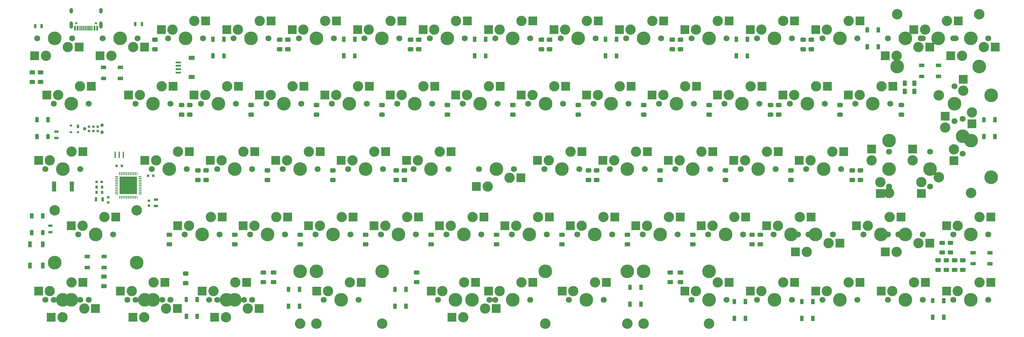
<source format=gbr>
G04 #@! TF.GenerationSoftware,KiCad,Pcbnew,(5.1.10)-1*
G04 #@! TF.CreationDate,2022-03-02T23:20:40+07:00*
G04 #@! TF.ProjectId,averange65,61766572-616e-4676-9536-352e6b696361,rev?*
G04 #@! TF.SameCoordinates,Original*
G04 #@! TF.FileFunction,Soldermask,Bot*
G04 #@! TF.FilePolarity,Negative*
%FSLAX46Y46*%
G04 Gerber Fmt 4.6, Leading zero omitted, Abs format (unit mm)*
G04 Created by KiCad (PCBNEW (5.1.10)-1) date 2022-03-02 23:20:40*
%MOMM*%
%LPD*%
G01*
G04 APERTURE LIST*
%ADD10R,1.000000X1.500000*%
%ADD11C,3.000000*%
%ADD12C,3.987800*%
%ADD13C,1.750000*%
%ADD14R,2.550000X2.500000*%
%ADD15C,3.048000*%
%ADD16R,1.800000X1.200000*%
%ADD17R,1.550000X0.600000*%
%ADD18R,0.600000X1.450000*%
%ADD19R,0.300000X1.450000*%
%ADD20C,0.650000*%
%ADD21O,1.000000X2.100000*%
%ADD22O,1.000000X1.600000*%
%ADD23R,2.500000X2.550000*%
%ADD24R,1.100000X1.800000*%
%ADD25R,0.700000X1.000000*%
%ADD26R,0.700000X0.600000*%
%ADD27R,1.300000X0.700000*%
%ADD28R,0.800000X0.950000*%
%ADD29R,0.700000X1.300000*%
%ADD30R,0.800000X0.750000*%
%ADD31R,0.750000X0.800000*%
%ADD32R,1.500000X1.000000*%
%ADD33R,1.190000X3.000000*%
%ADD34C,0.787400*%
%ADD35C,0.990600*%
%ADD36R,5.150000X5.150000*%
%ADD37R,0.400000X1.900000*%
G04 APERTURE END LIST*
D10*
X2686250Y-99665983D03*
X5886250Y-99665983D03*
X2686250Y-104565983D03*
G36*
G01*
X5636250Y-103815983D02*
X6136250Y-103815983D01*
G75*
G02*
X6386250Y-104065983I0J-250000D01*
G01*
X6386250Y-105065983D01*
G75*
G02*
X6136250Y-105315983I-250000J0D01*
G01*
X5636250Y-105315983D01*
G75*
G02*
X5386250Y-105065983I0J250000D01*
G01*
X5386250Y-104065983D01*
G75*
G02*
X5636250Y-103815983I250000J0D01*
G01*
G37*
D11*
X14287502Y-80962532D03*
D12*
X11747502Y-86042532D03*
D11*
X7937502Y-83502532D03*
D13*
X6667502Y-86042532D03*
X16827502Y-86042532D03*
D14*
X4662502Y-83502532D03*
X17589502Y-80962532D03*
D11*
X145256250Y-119062500D03*
D12*
X142716250Y-124142500D03*
D11*
X138906250Y-121602500D03*
D13*
X137636250Y-124142500D03*
X147796250Y-124142500D03*
D14*
X135631250Y-121602500D03*
X148558250Y-119062500D03*
D15*
X199866250Y-131127500D03*
X85566250Y-131127500D03*
D12*
X199866250Y-115887500D03*
X85566250Y-115887500D03*
D16*
X49216250Y-59242500D03*
X49216250Y-53642500D03*
D17*
X45341250Y-54942500D03*
X45341250Y-55942500D03*
X45341250Y-57942500D03*
X45341250Y-56942500D03*
D14*
X22574250Y-53022500D03*
X35501250Y-50482500D03*
D13*
X23336250Y-47942500D03*
X33496250Y-47942500D03*
D11*
X32226250Y-50482500D03*
D12*
X28416250Y-47942500D03*
D11*
X25876250Y-53022500D03*
D18*
X21678846Y-44987496D03*
X15228846Y-44987496D03*
X20903846Y-44987496D03*
X16003846Y-44987496D03*
D19*
X16703846Y-44987496D03*
X20203846Y-44987496D03*
X17203846Y-44987496D03*
X19703846Y-44987496D03*
X17703846Y-44987496D03*
X19203846Y-44987496D03*
X18703846Y-44987496D03*
X18203846Y-44987496D03*
D20*
X21343846Y-43542496D03*
X15563846Y-43542496D03*
D21*
X14133846Y-44072496D03*
X22773846Y-44072496D03*
D22*
X14133846Y-39892496D03*
X22773846Y-39892496D03*
D14*
X3524250Y-53022500D03*
X16451250Y-50482500D03*
D13*
X4286250Y-47942500D03*
X14446250Y-47942500D03*
D11*
X13176250Y-50482500D03*
D12*
X9366250Y-47942500D03*
D11*
X6826250Y-53022500D03*
X276384002Y-69532500D03*
D12*
X271304002Y-66992500D03*
D11*
X273844002Y-63182500D03*
D13*
X271304002Y-61912500D03*
X271304002Y-72072500D03*
D23*
X273844002Y-59907500D03*
X276384002Y-72834500D03*
D14*
X58070818Y-100012500D03*
X45143818Y-102552500D03*
D13*
X57308818Y-105092500D03*
X47148818Y-105092500D03*
D11*
X48418818Y-102552500D03*
D12*
X52228818Y-105092500D03*
D11*
X54768818Y-100012500D03*
D14*
X251174250Y-110172500D03*
X264101250Y-107632500D03*
D13*
X251936250Y-105092500D03*
X262096250Y-105092500D03*
D11*
X260826250Y-107632500D03*
D12*
X257016250Y-105092500D03*
D11*
X254476250Y-110172500D03*
X59213794Y-129222564D03*
D12*
X61753794Y-124142564D03*
D11*
X65563794Y-126682564D03*
D13*
X66833794Y-124142564D03*
X56673794Y-124142564D03*
D14*
X68838794Y-126682564D03*
X55911794Y-129222564D03*
D11*
X35401274Y-129222564D03*
D12*
X37941274Y-124142564D03*
D11*
X41751274Y-126682564D03*
D13*
X43021274Y-124142564D03*
X32861274Y-124142564D03*
D14*
X45026274Y-126682564D03*
X32099274Y-129222564D03*
D11*
X11588754Y-129222564D03*
D12*
X14128754Y-124142564D03*
D11*
X17938754Y-126682564D03*
D13*
X19208754Y-124142564D03*
X9048754Y-124142564D03*
D14*
X21213754Y-126682564D03*
X8286754Y-129222564D03*
X134270882Y-100012500D03*
X121343882Y-102552500D03*
D13*
X133508882Y-105092500D03*
X123348882Y-105092500D03*
D11*
X124618882Y-102552500D03*
D12*
X128428882Y-105092500D03*
D11*
X130968882Y-100012500D03*
D15*
X266700222Y-88455524D03*
X266700222Y-64579524D03*
D12*
X281940222Y-88455524D03*
X281940222Y-64579524D03*
X273685222Y-76517524D03*
D23*
X268605222Y-70675524D03*
X271145222Y-83602524D03*
D13*
X273685222Y-71437524D03*
D11*
X268605222Y-73977524D03*
X271145222Y-80327524D03*
D13*
X273685222Y-81597524D03*
D12*
X252222214Y-77787532D03*
X276098214Y-77787532D03*
D15*
X252222214Y-93027532D03*
X276098214Y-93027532D03*
D23*
X259080214Y-80200532D03*
X261620214Y-93127532D03*
D13*
X264160214Y-80962532D03*
X264160214Y-91122532D03*
D11*
X261620214Y-89852532D03*
D12*
X264160214Y-86042532D03*
D11*
X259080214Y-83502532D03*
X247173954Y-83502532D03*
D12*
X252253954Y-86042532D03*
D11*
X249713954Y-89852532D03*
D13*
X252253954Y-91122532D03*
X252253954Y-80962532D03*
D23*
X249713954Y-93127532D03*
X247173954Y-80200532D03*
D24*
X2158433Y-107945678D03*
X5858433Y-114145678D03*
X5858433Y-107945678D03*
X2158433Y-114145678D03*
D14*
X224980500Y-110172500D03*
X237907500Y-107632500D03*
D13*
X225742500Y-105092500D03*
X235902500Y-105092500D03*
D11*
X234632500Y-107632500D03*
D12*
X230822500Y-105092500D03*
D11*
X228282500Y-110172500D03*
D14*
X205708414Y-119062568D03*
X192781414Y-121602568D03*
D13*
X204946414Y-124142568D03*
X194786414Y-124142568D03*
D11*
X196056414Y-121602568D03*
D12*
X199866414Y-124142568D03*
D11*
X202406414Y-119062568D03*
D14*
X224758430Y-119062568D03*
X211831430Y-121602568D03*
D13*
X223996430Y-124142568D03*
X213836430Y-124142568D03*
D11*
X215106430Y-121602568D03*
D12*
X218916430Y-124142568D03*
D11*
X221456430Y-119062568D03*
D14*
X243808446Y-119062568D03*
X230881446Y-121602568D03*
D13*
X243046446Y-124142568D03*
X232886446Y-124142568D03*
D11*
X234156446Y-121602568D03*
D12*
X237966446Y-124142568D03*
D11*
X240506446Y-119062568D03*
G36*
G01*
X265981466Y-114822243D02*
X267101466Y-114822243D01*
G75*
G02*
X267341466Y-115062243I0J-240000D01*
G01*
X267341466Y-115782243D01*
G75*
G02*
X267101466Y-116022243I-240000J0D01*
G01*
X265981466Y-116022243D01*
G75*
G02*
X265741466Y-115782243I0J240000D01*
G01*
X265741466Y-115062243D01*
G75*
G02*
X265981466Y-114822243I240000J0D01*
G01*
G37*
G36*
G01*
X265981466Y-112022243D02*
X267101466Y-112022243D01*
G75*
G02*
X267341466Y-112262243I0J-240000D01*
G01*
X267341466Y-112982243D01*
G75*
G02*
X267101466Y-113222243I-240000J0D01*
G01*
X265981466Y-113222243D01*
G75*
G02*
X265741466Y-112982243I0J240000D01*
G01*
X265741466Y-112262243D01*
G75*
G02*
X265981466Y-112022243I240000J0D01*
G01*
G37*
D14*
X255714734Y-100012500D03*
X242787734Y-102552500D03*
D13*
X254952734Y-105092500D03*
X244792734Y-105092500D03*
D11*
X246062734Y-102552500D03*
D12*
X249872734Y-105092500D03*
D11*
X252412734Y-100012500D03*
G36*
G01*
X273125666Y-114822322D02*
X274245666Y-114822322D01*
G75*
G02*
X274485666Y-115062322I0J-240000D01*
G01*
X274485666Y-115782322D01*
G75*
G02*
X274245666Y-116022322I-240000J0D01*
G01*
X273125666Y-116022322D01*
G75*
G02*
X272885666Y-115782322I0J240000D01*
G01*
X272885666Y-115062322D01*
G75*
G02*
X273125666Y-114822322I240000J0D01*
G01*
G37*
G36*
G01*
X273125666Y-112022322D02*
X274245666Y-112022322D01*
G75*
G02*
X274485666Y-112262322I0J-240000D01*
G01*
X274485666Y-112982322D01*
G75*
G02*
X274245666Y-113222322I-240000J0D01*
G01*
X273125666Y-113222322D01*
G75*
G02*
X272885666Y-112982322I0J240000D01*
G01*
X272885666Y-112262322D01*
G75*
G02*
X273125666Y-112022322I240000J0D01*
G01*
G37*
G36*
G01*
X270744410Y-114822322D02*
X271864410Y-114822322D01*
G75*
G02*
X272104410Y-115062322I0J-240000D01*
G01*
X272104410Y-115782322D01*
G75*
G02*
X271864410Y-116022322I-240000J0D01*
G01*
X270744410Y-116022322D01*
G75*
G02*
X270504410Y-115782322I0J240000D01*
G01*
X270504410Y-115062322D01*
G75*
G02*
X270744410Y-114822322I240000J0D01*
G01*
G37*
G36*
G01*
X270744410Y-112022322D02*
X271864410Y-112022322D01*
G75*
G02*
X272104410Y-112262322I0J-240000D01*
G01*
X272104410Y-112982322D01*
G75*
G02*
X271864410Y-113222322I-240000J0D01*
G01*
X270744410Y-113222322D01*
G75*
G02*
X270504410Y-112982322I0J240000D01*
G01*
X270504410Y-112262322D01*
G75*
G02*
X270744410Y-112022322I240000J0D01*
G01*
G37*
G36*
G01*
X268362718Y-114822243D02*
X269482718Y-114822243D01*
G75*
G02*
X269722718Y-115062243I0J-240000D01*
G01*
X269722718Y-115782243D01*
G75*
G02*
X269482718Y-116022243I-240000J0D01*
G01*
X268362718Y-116022243D01*
G75*
G02*
X268122718Y-115782243I0J240000D01*
G01*
X268122718Y-115062243D01*
G75*
G02*
X268362718Y-114822243I240000J0D01*
G01*
G37*
G36*
G01*
X268362718Y-112022243D02*
X269482718Y-112022243D01*
G75*
G02*
X269722718Y-112262243I0J-240000D01*
G01*
X269722718Y-112982243D01*
G75*
G02*
X269482718Y-113222243I-240000J0D01*
G01*
X268362718Y-113222243D01*
G75*
G02*
X268122718Y-112982243I0J240000D01*
G01*
X268122718Y-112262243D01*
G75*
G02*
X268362718Y-112022243I240000J0D01*
G01*
G37*
G36*
G01*
X190972660Y-118394375D02*
X192092660Y-118394375D01*
G75*
G02*
X192332660Y-118634375I0J-240000D01*
G01*
X192332660Y-119354375D01*
G75*
G02*
X192092660Y-119594375I-240000J0D01*
G01*
X190972660Y-119594375D01*
G75*
G02*
X190732660Y-119354375I0J240000D01*
G01*
X190732660Y-118634375D01*
G75*
G02*
X190972660Y-118394375I240000J0D01*
G01*
G37*
G36*
G01*
X190972660Y-115594375D02*
X192092660Y-115594375D01*
G75*
G02*
X192332660Y-115834375I0J-240000D01*
G01*
X192332660Y-116554375D01*
G75*
G02*
X192092660Y-116794375I-240000J0D01*
G01*
X190972660Y-116794375D01*
G75*
G02*
X190732660Y-116554375I0J240000D01*
G01*
X190732660Y-115834375D01*
G75*
G02*
X190972660Y-115594375I240000J0D01*
G01*
G37*
G36*
G01*
X187996085Y-118394375D02*
X189116085Y-118394375D01*
G75*
G02*
X189356085Y-118634375I0J-240000D01*
G01*
X189356085Y-119354375D01*
G75*
G02*
X189116085Y-119594375I-240000J0D01*
G01*
X187996085Y-119594375D01*
G75*
G02*
X187756085Y-119354375I0J240000D01*
G01*
X187756085Y-118634375D01*
G75*
G02*
X187996085Y-118394375I240000J0D01*
G01*
G37*
G36*
G01*
X187996085Y-115594375D02*
X189116085Y-115594375D01*
G75*
G02*
X189356085Y-115834375I0J-240000D01*
G01*
X189356085Y-116554375D01*
G75*
G02*
X189116085Y-116794375I-240000J0D01*
G01*
X187996085Y-116794375D01*
G75*
G02*
X187756085Y-116554375I0J240000D01*
G01*
X187756085Y-115834375D01*
G75*
G02*
X187996085Y-115594375I240000J0D01*
G01*
G37*
G36*
G01*
X114176655Y-118394125D02*
X115296655Y-118394125D01*
G75*
G02*
X115536655Y-118634125I0J-240000D01*
G01*
X115536655Y-119354125D01*
G75*
G02*
X115296655Y-119594125I-240000J0D01*
G01*
X114176655Y-119594125D01*
G75*
G02*
X113936655Y-119354125I0J240000D01*
G01*
X113936655Y-118634125D01*
G75*
G02*
X114176655Y-118394125I240000J0D01*
G01*
G37*
G36*
G01*
X114176655Y-115594125D02*
X115296655Y-115594125D01*
G75*
G02*
X115536655Y-115834125I0J-240000D01*
G01*
X115536655Y-116554125D01*
G75*
G02*
X115296655Y-116794125I-240000J0D01*
G01*
X114176655Y-116794125D01*
G75*
G02*
X113936655Y-116554125I0J240000D01*
G01*
X113936655Y-115834125D01*
G75*
G02*
X114176655Y-115594125I240000J0D01*
G01*
G37*
G36*
G01*
X72504975Y-118394375D02*
X73624975Y-118394375D01*
G75*
G02*
X73864975Y-118634375I0J-240000D01*
G01*
X73864975Y-119354375D01*
G75*
G02*
X73624975Y-119594375I-240000J0D01*
G01*
X72504975Y-119594375D01*
G75*
G02*
X72264975Y-119354375I0J240000D01*
G01*
X72264975Y-118634375D01*
G75*
G02*
X72504975Y-118394375I240000J0D01*
G01*
G37*
G36*
G01*
X72504975Y-115594375D02*
X73624975Y-115594375D01*
G75*
G02*
X73864975Y-115834375I0J-240000D01*
G01*
X73864975Y-116554375D01*
G75*
G02*
X73624975Y-116794375I-240000J0D01*
G01*
X72504975Y-116794375D01*
G75*
G02*
X72264975Y-116554375I0J240000D01*
G01*
X72264975Y-115834375D01*
G75*
G02*
X72504975Y-115594375I240000J0D01*
G01*
G37*
G36*
G01*
X69528400Y-118394250D02*
X70648400Y-118394250D01*
G75*
G02*
X70888400Y-118634250I0J-240000D01*
G01*
X70888400Y-119354250D01*
G75*
G02*
X70648400Y-119594250I-240000J0D01*
G01*
X69528400Y-119594250D01*
G75*
G02*
X69288400Y-119354250I0J240000D01*
G01*
X69288400Y-118634250D01*
G75*
G02*
X69528400Y-118394250I240000J0D01*
G01*
G37*
G36*
G01*
X69528400Y-115594250D02*
X70648400Y-115594250D01*
G75*
G02*
X70888400Y-115834250I0J-240000D01*
G01*
X70888400Y-116554250D01*
G75*
G02*
X70648400Y-116794250I-240000J0D01*
G01*
X69528400Y-116794250D01*
G75*
G02*
X69288400Y-116554250I0J240000D01*
G01*
X69288400Y-115834250D01*
G75*
G02*
X69528400Y-115594250I240000J0D01*
G01*
G37*
G36*
G01*
X46906358Y-118691907D02*
X48026358Y-118691907D01*
G75*
G02*
X48266358Y-118931907I0J-240000D01*
G01*
X48266358Y-119651907D01*
G75*
G02*
X48026358Y-119891907I-240000J0D01*
G01*
X46906358Y-119891907D01*
G75*
G02*
X46666358Y-119651907I0J240000D01*
G01*
X46666358Y-118931907D01*
G75*
G02*
X46906358Y-118691907I240000J0D01*
G01*
G37*
G36*
G01*
X46906358Y-115891907D02*
X48026358Y-115891907D01*
G75*
G02*
X48266358Y-116131907I0J-240000D01*
G01*
X48266358Y-116851907D01*
G75*
G02*
X48026358Y-117091907I-240000J0D01*
G01*
X46906358Y-117091907D01*
G75*
G02*
X46666358Y-116851907I0J240000D01*
G01*
X46666358Y-116131907D01*
G75*
G02*
X46906358Y-115891907I240000J0D01*
G01*
G37*
G36*
G01*
X23093798Y-119584878D02*
X24213798Y-119584878D01*
G75*
G02*
X24453798Y-119824878I0J-240000D01*
G01*
X24453798Y-120544878D01*
G75*
G02*
X24213798Y-120784878I-240000J0D01*
G01*
X23093798Y-120784878D01*
G75*
G02*
X22853798Y-120544878I0J240000D01*
G01*
X22853798Y-119824878D01*
G75*
G02*
X23093798Y-119584878I240000J0D01*
G01*
G37*
G36*
G01*
X23093798Y-116784878D02*
X24213798Y-116784878D01*
G75*
G02*
X24453798Y-117024878I0J-240000D01*
G01*
X24453798Y-117744878D01*
G75*
G02*
X24213798Y-117984878I-240000J0D01*
G01*
X23093798Y-117984878D01*
G75*
G02*
X22853798Y-117744878I0J240000D01*
G01*
X22853798Y-117024878D01*
G75*
G02*
X23093798Y-116784878I240000J0D01*
G01*
G37*
G36*
G01*
X270673788Y-108162153D02*
X269553788Y-108162153D01*
G75*
G02*
X269313788Y-107922153I0J240000D01*
G01*
X269313788Y-107202153D01*
G75*
G02*
X269553788Y-106962153I240000J0D01*
G01*
X270673788Y-106962153D01*
G75*
G02*
X270913788Y-107202153I0J-240000D01*
G01*
X270913788Y-107922153D01*
G75*
G02*
X270673788Y-108162153I-240000J0D01*
G01*
G37*
G36*
G01*
X270673788Y-110962153D02*
X269553788Y-110962153D01*
G75*
G02*
X269313788Y-110722153I0J240000D01*
G01*
X269313788Y-110002153D01*
G75*
G02*
X269553788Y-109762153I240000J0D01*
G01*
X270673788Y-109762153D01*
G75*
G02*
X270913788Y-110002153I0J-240000D01*
G01*
X270913788Y-110722153D01*
G75*
G02*
X270673788Y-110962153I-240000J0D01*
G01*
G37*
G36*
G01*
X268292532Y-108162153D02*
X267172532Y-108162153D01*
G75*
G02*
X266932532Y-107922153I0J240000D01*
G01*
X266932532Y-107202153D01*
G75*
G02*
X267172532Y-106962153I240000J0D01*
G01*
X268292532Y-106962153D01*
G75*
G02*
X268532532Y-107202153I0J-240000D01*
G01*
X268532532Y-107922153D01*
G75*
G02*
X268292532Y-108162153I-240000J0D01*
G01*
G37*
G36*
G01*
X268292532Y-110962153D02*
X267172532Y-110962153D01*
G75*
G02*
X266932532Y-110722153I0J240000D01*
G01*
X266932532Y-110002153D01*
G75*
G02*
X267172532Y-109762153I240000J0D01*
G01*
X268292532Y-109762153D01*
G75*
G02*
X268532532Y-110002153I0J-240000D01*
G01*
X268532532Y-110722153D01*
G75*
G02*
X268292532Y-110962153I-240000J0D01*
G01*
G37*
G36*
G01*
X215309061Y-105781265D02*
X214189061Y-105781265D01*
G75*
G02*
X213949061Y-105541265I0J240000D01*
G01*
X213949061Y-104821265D01*
G75*
G02*
X214189061Y-104581265I240000J0D01*
G01*
X215309061Y-104581265D01*
G75*
G02*
X215549061Y-104821265I0J-240000D01*
G01*
X215549061Y-105541265D01*
G75*
G02*
X215309061Y-105781265I-240000J0D01*
G01*
G37*
G36*
G01*
X215309061Y-108581265D02*
X214189061Y-108581265D01*
G75*
G02*
X213949061Y-108341265I0J240000D01*
G01*
X213949061Y-107621265D01*
G75*
G02*
X214189061Y-107381265I240000J0D01*
G01*
X215309061Y-107381265D01*
G75*
G02*
X215549061Y-107621265I0J-240000D01*
G01*
X215549061Y-108341265D01*
G75*
G02*
X215309061Y-108581265I-240000J0D01*
G01*
G37*
G36*
G01*
X212928831Y-105781265D02*
X211808831Y-105781265D01*
G75*
G02*
X211568831Y-105541265I0J240000D01*
G01*
X211568831Y-104821265D01*
G75*
G02*
X211808831Y-104581265I240000J0D01*
G01*
X212928831Y-104581265D01*
G75*
G02*
X213168831Y-104821265I0J-240000D01*
G01*
X213168831Y-105541265D01*
G75*
G02*
X212928831Y-105781265I-240000J0D01*
G01*
G37*
G36*
G01*
X212928831Y-108581265D02*
X211808831Y-108581265D01*
G75*
G02*
X211568831Y-108341265I0J240000D01*
G01*
X211568831Y-107621265D01*
G75*
G02*
X211808831Y-107381265I240000J0D01*
G01*
X212928831Y-107381265D01*
G75*
G02*
X213168831Y-107621265I0J-240000D01*
G01*
X213168831Y-108341265D01*
G75*
G02*
X212928831Y-108581265I-240000J0D01*
G01*
G37*
G36*
G01*
X195664690Y-105781265D02*
X194544690Y-105781265D01*
G75*
G02*
X194304690Y-105541265I0J240000D01*
G01*
X194304690Y-104821265D01*
G75*
G02*
X194544690Y-104581265I240000J0D01*
G01*
X195664690Y-104581265D01*
G75*
G02*
X195904690Y-104821265I0J-240000D01*
G01*
X195904690Y-105541265D01*
G75*
G02*
X195664690Y-105781265I-240000J0D01*
G01*
G37*
G36*
G01*
X195664690Y-108581265D02*
X194544690Y-108581265D01*
G75*
G02*
X194304690Y-108341265I0J240000D01*
G01*
X194304690Y-107621265D01*
G75*
G02*
X194544690Y-107381265I240000J0D01*
G01*
X195664690Y-107381265D01*
G75*
G02*
X195904690Y-107621265I0J-240000D01*
G01*
X195904690Y-108341265D01*
G75*
G02*
X195664690Y-108581265I-240000J0D01*
G01*
G37*
G36*
G01*
X176614610Y-105781265D02*
X175494610Y-105781265D01*
G75*
G02*
X175254610Y-105541265I0J240000D01*
G01*
X175254610Y-104821265D01*
G75*
G02*
X175494610Y-104581265I240000J0D01*
G01*
X176614610Y-104581265D01*
G75*
G02*
X176854610Y-104821265I0J-240000D01*
G01*
X176854610Y-105541265D01*
G75*
G02*
X176614610Y-105781265I-240000J0D01*
G01*
G37*
G36*
G01*
X176614610Y-108581265D02*
X175494610Y-108581265D01*
G75*
G02*
X175254610Y-108341265I0J240000D01*
G01*
X175254610Y-107621265D01*
G75*
G02*
X175494610Y-107381265I240000J0D01*
G01*
X176614610Y-107381265D01*
G75*
G02*
X176854610Y-107621265I0J-240000D01*
G01*
X176854610Y-108341265D01*
G75*
G02*
X176614610Y-108581265I-240000J0D01*
G01*
G37*
G36*
G01*
X157564530Y-105781265D02*
X156444530Y-105781265D01*
G75*
G02*
X156204530Y-105541265I0J240000D01*
G01*
X156204530Y-104821265D01*
G75*
G02*
X156444530Y-104581265I240000J0D01*
G01*
X157564530Y-104581265D01*
G75*
G02*
X157804530Y-104821265I0J-240000D01*
G01*
X157804530Y-105541265D01*
G75*
G02*
X157564530Y-105781265I-240000J0D01*
G01*
G37*
G36*
G01*
X157564530Y-108581265D02*
X156444530Y-108581265D01*
G75*
G02*
X156204530Y-108341265I0J240000D01*
G01*
X156204530Y-107621265D01*
G75*
G02*
X156444530Y-107381265I240000J0D01*
G01*
X157564530Y-107381265D01*
G75*
G02*
X157804530Y-107621265I0J-240000D01*
G01*
X157804530Y-108341265D01*
G75*
G02*
X157564530Y-108581265I-240000J0D01*
G01*
G37*
G36*
G01*
X138514450Y-105781265D02*
X137394450Y-105781265D01*
G75*
G02*
X137154450Y-105541265I0J240000D01*
G01*
X137154450Y-104821265D01*
G75*
G02*
X137394450Y-104581265I240000J0D01*
G01*
X138514450Y-104581265D01*
G75*
G02*
X138754450Y-104821265I0J-240000D01*
G01*
X138754450Y-105541265D01*
G75*
G02*
X138514450Y-105781265I-240000J0D01*
G01*
G37*
G36*
G01*
X138514450Y-108581265D02*
X137394450Y-108581265D01*
G75*
G02*
X137154450Y-108341265I0J240000D01*
G01*
X137154450Y-107621265D01*
G75*
G02*
X137394450Y-107381265I240000J0D01*
G01*
X138514450Y-107381265D01*
G75*
G02*
X138754450Y-107621265I0J-240000D01*
G01*
X138754450Y-108341265D01*
G75*
G02*
X138514450Y-108581265I-240000J0D01*
G01*
G37*
G36*
G01*
X119464370Y-105781265D02*
X118344370Y-105781265D01*
G75*
G02*
X118104370Y-105541265I0J240000D01*
G01*
X118104370Y-104821265D01*
G75*
G02*
X118344370Y-104581265I240000J0D01*
G01*
X119464370Y-104581265D01*
G75*
G02*
X119704370Y-104821265I0J-240000D01*
G01*
X119704370Y-105541265D01*
G75*
G02*
X119464370Y-105781265I-240000J0D01*
G01*
G37*
G36*
G01*
X119464370Y-108581265D02*
X118344370Y-108581265D01*
G75*
G02*
X118104370Y-108341265I0J240000D01*
G01*
X118104370Y-107621265D01*
G75*
G02*
X118344370Y-107381265I240000J0D01*
G01*
X119464370Y-107381265D01*
G75*
G02*
X119704370Y-107621265I0J-240000D01*
G01*
X119704370Y-108341265D01*
G75*
G02*
X119464370Y-108581265I-240000J0D01*
G01*
G37*
G36*
G01*
X100414290Y-105781265D02*
X99294290Y-105781265D01*
G75*
G02*
X99054290Y-105541265I0J240000D01*
G01*
X99054290Y-104821265D01*
G75*
G02*
X99294290Y-104581265I240000J0D01*
G01*
X100414290Y-104581265D01*
G75*
G02*
X100654290Y-104821265I0J-240000D01*
G01*
X100654290Y-105541265D01*
G75*
G02*
X100414290Y-105781265I-240000J0D01*
G01*
G37*
G36*
G01*
X100414290Y-108581265D02*
X99294290Y-108581265D01*
G75*
G02*
X99054290Y-108341265I0J240000D01*
G01*
X99054290Y-107621265D01*
G75*
G02*
X99294290Y-107381265I240000J0D01*
G01*
X100414290Y-107381265D01*
G75*
G02*
X100654290Y-107621265I0J-240000D01*
G01*
X100654290Y-108341265D01*
G75*
G02*
X100414290Y-108581265I-240000J0D01*
G01*
G37*
G36*
G01*
X81364210Y-105781265D02*
X80244210Y-105781265D01*
G75*
G02*
X80004210Y-105541265I0J240000D01*
G01*
X80004210Y-104821265D01*
G75*
G02*
X80244210Y-104581265I240000J0D01*
G01*
X81364210Y-104581265D01*
G75*
G02*
X81604210Y-104821265I0J-240000D01*
G01*
X81604210Y-105541265D01*
G75*
G02*
X81364210Y-105781265I-240000J0D01*
G01*
G37*
G36*
G01*
X81364210Y-108581265D02*
X80244210Y-108581265D01*
G75*
G02*
X80004210Y-108341265I0J240000D01*
G01*
X80004210Y-107621265D01*
G75*
G02*
X80244210Y-107381265I240000J0D01*
G01*
X81364210Y-107381265D01*
G75*
G02*
X81604210Y-107621265I0J-240000D01*
G01*
X81604210Y-108341265D01*
G75*
G02*
X81364210Y-108581265I-240000J0D01*
G01*
G37*
G36*
G01*
X62314130Y-105781265D02*
X61194130Y-105781265D01*
G75*
G02*
X60954130Y-105541265I0J240000D01*
G01*
X60954130Y-104821265D01*
G75*
G02*
X61194130Y-104581265I240000J0D01*
G01*
X62314130Y-104581265D01*
G75*
G02*
X62554130Y-104821265I0J-240000D01*
G01*
X62554130Y-105541265D01*
G75*
G02*
X62314130Y-105781265I-240000J0D01*
G01*
G37*
G36*
G01*
X62314130Y-108581265D02*
X61194130Y-108581265D01*
G75*
G02*
X60954130Y-108341265I0J240000D01*
G01*
X60954130Y-107621265D01*
G75*
G02*
X61194130Y-107381265I240000J0D01*
G01*
X62314130Y-107381265D01*
G75*
G02*
X62554130Y-107621265I0J-240000D01*
G01*
X62554130Y-108341265D01*
G75*
G02*
X62314130Y-108581265I-240000J0D01*
G01*
G37*
G36*
G01*
X43263846Y-105780941D02*
X42143846Y-105780941D01*
G75*
G02*
X41903846Y-105540941I0J240000D01*
G01*
X41903846Y-104820941D01*
G75*
G02*
X42143846Y-104580941I240000J0D01*
G01*
X43263846Y-104580941D01*
G75*
G02*
X43503846Y-104820941I0J-240000D01*
G01*
X43503846Y-105540941D01*
G75*
G02*
X43263846Y-105780941I-240000J0D01*
G01*
G37*
G36*
G01*
X43263846Y-108580941D02*
X42143846Y-108580941D01*
G75*
G02*
X41903846Y-108340941I0J240000D01*
G01*
X41903846Y-107620941D01*
G75*
G02*
X42143846Y-107380941I240000J0D01*
G01*
X43263846Y-107380941D01*
G75*
G02*
X43503846Y-107620941I0J-240000D01*
G01*
X43503846Y-108340941D01*
G75*
G02*
X43263846Y-108580941I-240000J0D01*
G01*
G37*
G36*
G01*
X244479572Y-89828471D02*
X243359572Y-89828471D01*
G75*
G02*
X243119572Y-89588471I0J240000D01*
G01*
X243119572Y-88868471D01*
G75*
G02*
X243359572Y-88628471I240000J0D01*
G01*
X244479572Y-88628471D01*
G75*
G02*
X244719572Y-88868471I0J-240000D01*
G01*
X244719572Y-89588471D01*
G75*
G02*
X244479572Y-89828471I-240000J0D01*
G01*
G37*
G36*
G01*
X244479572Y-87028471D02*
X243359572Y-87028471D01*
G75*
G02*
X243119572Y-86788471I0J240000D01*
G01*
X243119572Y-86068471D01*
G75*
G02*
X243359572Y-85828471I240000J0D01*
G01*
X244479572Y-85828471D01*
G75*
G02*
X244719572Y-86068471I0J-240000D01*
G01*
X244719572Y-86788471D01*
G75*
G02*
X244479572Y-87028471I-240000J0D01*
G01*
G37*
G36*
G01*
X242099260Y-87028842D02*
X240979260Y-87028842D01*
G75*
G02*
X240739260Y-86788842I0J240000D01*
G01*
X240739260Y-86068842D01*
G75*
G02*
X240979260Y-85828842I240000J0D01*
G01*
X242099260Y-85828842D01*
G75*
G02*
X242339260Y-86068842I0J-240000D01*
G01*
X242339260Y-86788842D01*
G75*
G02*
X242099260Y-87028842I-240000J0D01*
G01*
G37*
G36*
G01*
X242099260Y-89828842D02*
X240979260Y-89828842D01*
G75*
G02*
X240739260Y-89588842I0J240000D01*
G01*
X240739260Y-88868842D01*
G75*
G02*
X240979260Y-88628842I240000J0D01*
G01*
X242099260Y-88628842D01*
G75*
G02*
X242339260Y-88868842I0J-240000D01*
G01*
X242339260Y-89588842D01*
G75*
G02*
X242099260Y-89828842I-240000J0D01*
G01*
G37*
G36*
G01*
X224239810Y-87028842D02*
X223119810Y-87028842D01*
G75*
G02*
X222879810Y-86788842I0J240000D01*
G01*
X222879810Y-86068842D01*
G75*
G02*
X223119810Y-85828842I240000J0D01*
G01*
X224239810Y-85828842D01*
G75*
G02*
X224479810Y-86068842I0J-240000D01*
G01*
X224479810Y-86788842D01*
G75*
G02*
X224239810Y-87028842I-240000J0D01*
G01*
G37*
G36*
G01*
X224239810Y-89828842D02*
X223119810Y-89828842D01*
G75*
G02*
X222879810Y-89588842I0J240000D01*
G01*
X222879810Y-88868842D01*
G75*
G02*
X223119810Y-88628842I240000J0D01*
G01*
X224239810Y-88628842D01*
G75*
G02*
X224479810Y-88868842I0J-240000D01*
G01*
X224479810Y-89588842D01*
G75*
G02*
X224239810Y-89828842I-240000J0D01*
G01*
G37*
G36*
G01*
X205189730Y-87028842D02*
X204069730Y-87028842D01*
G75*
G02*
X203829730Y-86788842I0J240000D01*
G01*
X203829730Y-86068842D01*
G75*
G02*
X204069730Y-85828842I240000J0D01*
G01*
X205189730Y-85828842D01*
G75*
G02*
X205429730Y-86068842I0J-240000D01*
G01*
X205429730Y-86788842D01*
G75*
G02*
X205189730Y-87028842I-240000J0D01*
G01*
G37*
G36*
G01*
X205189730Y-89828842D02*
X204069730Y-89828842D01*
G75*
G02*
X203829730Y-89588842I0J240000D01*
G01*
X203829730Y-88868842D01*
G75*
G02*
X204069730Y-88628842I240000J0D01*
G01*
X205189730Y-88628842D01*
G75*
G02*
X205429730Y-88868842I0J-240000D01*
G01*
X205429730Y-89588842D01*
G75*
G02*
X205189730Y-89828842I-240000J0D01*
G01*
G37*
G36*
G01*
X186139650Y-87028842D02*
X185019650Y-87028842D01*
G75*
G02*
X184779650Y-86788842I0J240000D01*
G01*
X184779650Y-86068842D01*
G75*
G02*
X185019650Y-85828842I240000J0D01*
G01*
X186139650Y-85828842D01*
G75*
G02*
X186379650Y-86068842I0J-240000D01*
G01*
X186379650Y-86788842D01*
G75*
G02*
X186139650Y-87028842I-240000J0D01*
G01*
G37*
G36*
G01*
X186139650Y-89828842D02*
X185019650Y-89828842D01*
G75*
G02*
X184779650Y-89588842I0J240000D01*
G01*
X184779650Y-88868842D01*
G75*
G02*
X185019650Y-88628842I240000J0D01*
G01*
X186139650Y-88628842D01*
G75*
G02*
X186379650Y-88868842I0J-240000D01*
G01*
X186379650Y-89588842D01*
G75*
G02*
X186139650Y-89828842I-240000J0D01*
G01*
G37*
G36*
G01*
X167684195Y-87028842D02*
X166564195Y-87028842D01*
G75*
G02*
X166324195Y-86788842I0J240000D01*
G01*
X166324195Y-86068842D01*
G75*
G02*
X166564195Y-85828842I240000J0D01*
G01*
X167684195Y-85828842D01*
G75*
G02*
X167924195Y-86068842I0J-240000D01*
G01*
X167924195Y-86788842D01*
G75*
G02*
X167684195Y-87028842I-240000J0D01*
G01*
G37*
G36*
G01*
X167684195Y-89828842D02*
X166564195Y-89828842D01*
G75*
G02*
X166324195Y-89588842I0J240000D01*
G01*
X166324195Y-88868842D01*
G75*
G02*
X166564195Y-88628842I240000J0D01*
G01*
X167684195Y-88628842D01*
G75*
G02*
X167924195Y-88868842I0J-240000D01*
G01*
X167924195Y-89588842D01*
G75*
G02*
X167684195Y-89828842I-240000J0D01*
G01*
G37*
G36*
G01*
X165302943Y-87028471D02*
X164182943Y-87028471D01*
G75*
G02*
X163942943Y-86788471I0J240000D01*
G01*
X163942943Y-86068471D01*
G75*
G02*
X164182943Y-85828471I240000J0D01*
G01*
X165302943Y-85828471D01*
G75*
G02*
X165542943Y-86068471I0J-240000D01*
G01*
X165542943Y-86788471D01*
G75*
G02*
X165302943Y-87028471I-240000J0D01*
G01*
G37*
G36*
G01*
X165302943Y-89828471D02*
X164182943Y-89828471D01*
G75*
G02*
X163942943Y-89588471I0J240000D01*
G01*
X163942943Y-88868471D01*
G75*
G02*
X164182943Y-88628471I240000J0D01*
G01*
X165302943Y-88628471D01*
G75*
G02*
X165542943Y-88868471I0J-240000D01*
G01*
X165542943Y-89588471D01*
G75*
G02*
X165302943Y-89828471I-240000J0D01*
G01*
G37*
G36*
G01*
X111724773Y-87028471D02*
X110604773Y-87028471D01*
G75*
G02*
X110364773Y-86788471I0J240000D01*
G01*
X110364773Y-86068471D01*
G75*
G02*
X110604773Y-85828471I240000J0D01*
G01*
X111724773Y-85828471D01*
G75*
G02*
X111964773Y-86068471I0J-240000D01*
G01*
X111964773Y-86788471D01*
G75*
G02*
X111724773Y-87028471I-240000J0D01*
G01*
G37*
G36*
G01*
X111724773Y-89828471D02*
X110604773Y-89828471D01*
G75*
G02*
X110364773Y-89588471I0J240000D01*
G01*
X110364773Y-88868471D01*
G75*
G02*
X110604773Y-88628471I240000J0D01*
G01*
X111724773Y-88628471D01*
G75*
G02*
X111964773Y-88868471I0J-240000D01*
G01*
X111964773Y-89588471D01*
G75*
G02*
X111724773Y-89828471I-240000J0D01*
G01*
G37*
G36*
G01*
X109343521Y-87028442D02*
X108223521Y-87028442D01*
G75*
G02*
X107983521Y-86788442I0J240000D01*
G01*
X107983521Y-86068442D01*
G75*
G02*
X108223521Y-85828442I240000J0D01*
G01*
X109343521Y-85828442D01*
G75*
G02*
X109583521Y-86068442I0J-240000D01*
G01*
X109583521Y-86788442D01*
G75*
G02*
X109343521Y-87028442I-240000J0D01*
G01*
G37*
G36*
G01*
X109343521Y-89828442D02*
X108223521Y-89828442D01*
G75*
G02*
X107983521Y-89588442I0J240000D01*
G01*
X107983521Y-88868442D01*
G75*
G02*
X108223521Y-88628442I240000J0D01*
G01*
X109343521Y-88628442D01*
G75*
G02*
X109583521Y-88868442I0J-240000D01*
G01*
X109583521Y-89588442D01*
G75*
G02*
X109343521Y-89828442I-240000J0D01*
G01*
G37*
G36*
G01*
X90889250Y-87028842D02*
X89769250Y-87028842D01*
G75*
G02*
X89529250Y-86788842I0J240000D01*
G01*
X89529250Y-86068842D01*
G75*
G02*
X89769250Y-85828842I240000J0D01*
G01*
X90889250Y-85828842D01*
G75*
G02*
X91129250Y-86068842I0J-240000D01*
G01*
X91129250Y-86788842D01*
G75*
G02*
X90889250Y-87028842I-240000J0D01*
G01*
G37*
G36*
G01*
X90889250Y-89828842D02*
X89769250Y-89828842D01*
G75*
G02*
X89529250Y-89588842I0J240000D01*
G01*
X89529250Y-88868842D01*
G75*
G02*
X89769250Y-88628842I240000J0D01*
G01*
X90889250Y-88628842D01*
G75*
G02*
X91129250Y-88868842I0J-240000D01*
G01*
X91129250Y-89588842D01*
G75*
G02*
X90889250Y-89828842I-240000J0D01*
G01*
G37*
G36*
G01*
X71839170Y-87028842D02*
X70719170Y-87028842D01*
G75*
G02*
X70479170Y-86788842I0J240000D01*
G01*
X70479170Y-86068842D01*
G75*
G02*
X70719170Y-85828842I240000J0D01*
G01*
X71839170Y-85828842D01*
G75*
G02*
X72079170Y-86068842I0J-240000D01*
G01*
X72079170Y-86788842D01*
G75*
G02*
X71839170Y-87028842I-240000J0D01*
G01*
G37*
G36*
G01*
X71839170Y-89828842D02*
X70719170Y-89828842D01*
G75*
G02*
X70479170Y-89588842I0J240000D01*
G01*
X70479170Y-88868842D01*
G75*
G02*
X70719170Y-88628842I240000J0D01*
G01*
X71839170Y-88628842D01*
G75*
G02*
X72079170Y-88868842I0J-240000D01*
G01*
X72079170Y-89588842D01*
G75*
G02*
X71839170Y-89828842I-240000J0D01*
G01*
G37*
G36*
G01*
X51598125Y-87028442D02*
X50478125Y-87028442D01*
G75*
G02*
X50238125Y-86788442I0J240000D01*
G01*
X50238125Y-86068442D01*
G75*
G02*
X50478125Y-85828442I240000J0D01*
G01*
X51598125Y-85828442D01*
G75*
G02*
X51838125Y-86068442I0J-240000D01*
G01*
X51838125Y-86788442D01*
G75*
G02*
X51598125Y-87028442I-240000J0D01*
G01*
G37*
G36*
G01*
X51598125Y-89828442D02*
X50478125Y-89828442D01*
G75*
G02*
X50238125Y-89588442I0J240000D01*
G01*
X50238125Y-88868442D01*
G75*
G02*
X50478125Y-88628442I240000J0D01*
G01*
X51598125Y-88628442D01*
G75*
G02*
X51838125Y-88868442I0J-240000D01*
G01*
X51838125Y-89588442D01*
G75*
G02*
X51598125Y-89828442I-240000J0D01*
G01*
G37*
G36*
G01*
X256385832Y-67978550D02*
X255265832Y-67978550D01*
G75*
G02*
X255025832Y-67738550I0J240000D01*
G01*
X255025832Y-67018550D01*
G75*
G02*
X255265832Y-66778550I240000J0D01*
G01*
X256385832Y-66778550D01*
G75*
G02*
X256625832Y-67018550I0J-240000D01*
G01*
X256625832Y-67738550D01*
G75*
G02*
X256385832Y-67978550I-240000J0D01*
G01*
G37*
G36*
G01*
X256385832Y-70778550D02*
X255265832Y-70778550D01*
G75*
G02*
X255025832Y-70538550I0J240000D01*
G01*
X255025832Y-69818550D01*
G75*
G02*
X255265832Y-69578550I240000J0D01*
G01*
X256385832Y-69578550D01*
G75*
G02*
X256625832Y-69818550I0J-240000D01*
G01*
X256625832Y-70538550D01*
G75*
G02*
X256385832Y-70778550I-240000J0D01*
G01*
G37*
G36*
G01*
X53979375Y-87028442D02*
X52859375Y-87028442D01*
G75*
G02*
X52619375Y-86788442I0J240000D01*
G01*
X52619375Y-86068442D01*
G75*
G02*
X52859375Y-85828442I240000J0D01*
G01*
X53979375Y-85828442D01*
G75*
G02*
X54219375Y-86068442I0J-240000D01*
G01*
X54219375Y-86788442D01*
G75*
G02*
X53979375Y-87028442I-240000J0D01*
G01*
G37*
G36*
G01*
X53979375Y-89828442D02*
X52859375Y-89828442D01*
G75*
G02*
X52619375Y-89588442I0J240000D01*
G01*
X52619375Y-88868442D01*
G75*
G02*
X52859375Y-88628442I240000J0D01*
G01*
X53979375Y-88628442D01*
G75*
G02*
X54219375Y-88868442I0J-240000D01*
G01*
X54219375Y-89588442D01*
G75*
G02*
X53979375Y-89828442I-240000J0D01*
G01*
G37*
G36*
G01*
X238526886Y-67978442D02*
X237406886Y-67978442D01*
G75*
G02*
X237166886Y-67738442I0J240000D01*
G01*
X237166886Y-67018442D01*
G75*
G02*
X237406886Y-66778442I240000J0D01*
G01*
X238526886Y-66778442D01*
G75*
G02*
X238766886Y-67018442I0J-240000D01*
G01*
X238766886Y-67738442D01*
G75*
G02*
X238526886Y-67978442I-240000J0D01*
G01*
G37*
G36*
G01*
X238526886Y-70778442D02*
X237406886Y-70778442D01*
G75*
G02*
X237166886Y-70538442I0J240000D01*
G01*
X237166886Y-69818442D01*
G75*
G02*
X237406886Y-69578442I240000J0D01*
G01*
X238526886Y-69578442D01*
G75*
G02*
X238766886Y-69818442I0J-240000D01*
G01*
X238766886Y-70538442D01*
G75*
G02*
X238526886Y-70778442I-240000J0D01*
G01*
G37*
G36*
G01*
X220667920Y-67978762D02*
X219547920Y-67978762D01*
G75*
G02*
X219307920Y-67738762I0J240000D01*
G01*
X219307920Y-67018762D01*
G75*
G02*
X219547920Y-66778762I240000J0D01*
G01*
X220667920Y-66778762D01*
G75*
G02*
X220907920Y-67018762I0J-240000D01*
G01*
X220907920Y-67738762D01*
G75*
G02*
X220667920Y-67978762I-240000J0D01*
G01*
G37*
G36*
G01*
X220667920Y-70778762D02*
X219547920Y-70778762D01*
G75*
G02*
X219307920Y-70538762I0J240000D01*
G01*
X219307920Y-69818762D01*
G75*
G02*
X219547920Y-69578762I240000J0D01*
G01*
X220667920Y-69578762D01*
G75*
G02*
X220907920Y-69818762I0J-240000D01*
G01*
X220907920Y-70538762D01*
G75*
G02*
X220667920Y-70778762I-240000J0D01*
G01*
G37*
G36*
G01*
X218286660Y-67978762D02*
X217166660Y-67978762D01*
G75*
G02*
X216926660Y-67738762I0J240000D01*
G01*
X216926660Y-67018762D01*
G75*
G02*
X217166660Y-66778762I240000J0D01*
G01*
X218286660Y-66778762D01*
G75*
G02*
X218526660Y-67018762I0J-240000D01*
G01*
X218526660Y-67738762D01*
G75*
G02*
X218286660Y-67978762I-240000J0D01*
G01*
G37*
G36*
G01*
X218286660Y-70778762D02*
X217166660Y-70778762D01*
G75*
G02*
X216926660Y-70538762I0J240000D01*
G01*
X216926660Y-69818762D01*
G75*
G02*
X217166660Y-69578762I240000J0D01*
G01*
X218286660Y-69578762D01*
G75*
G02*
X218526660Y-69818762I0J-240000D01*
G01*
X218526660Y-70538762D01*
G75*
G02*
X218286660Y-70778762I-240000J0D01*
G01*
G37*
G36*
G01*
X200427210Y-67978762D02*
X199307210Y-67978762D01*
G75*
G02*
X199067210Y-67738762I0J240000D01*
G01*
X199067210Y-67018762D01*
G75*
G02*
X199307210Y-66778762I240000J0D01*
G01*
X200427210Y-66778762D01*
G75*
G02*
X200667210Y-67018762I0J-240000D01*
G01*
X200667210Y-67738762D01*
G75*
G02*
X200427210Y-67978762I-240000J0D01*
G01*
G37*
G36*
G01*
X200427210Y-70778762D02*
X199307210Y-70778762D01*
G75*
G02*
X199067210Y-70538762I0J240000D01*
G01*
X199067210Y-69818762D01*
G75*
G02*
X199307210Y-69578762I240000J0D01*
G01*
X200427210Y-69578762D01*
G75*
G02*
X200667210Y-69818762I0J-240000D01*
G01*
X200667210Y-70538762D01*
G75*
G02*
X200427210Y-70778762I-240000J0D01*
G01*
G37*
G36*
G01*
X181376426Y-67978442D02*
X180256426Y-67978442D01*
G75*
G02*
X180016426Y-67738442I0J240000D01*
G01*
X180016426Y-67018442D01*
G75*
G02*
X180256426Y-66778442I240000J0D01*
G01*
X181376426Y-66778442D01*
G75*
G02*
X181616426Y-67018442I0J-240000D01*
G01*
X181616426Y-67738442D01*
G75*
G02*
X181376426Y-67978442I-240000J0D01*
G01*
G37*
G36*
G01*
X181376426Y-70778442D02*
X180256426Y-70778442D01*
G75*
G02*
X180016426Y-70538442I0J240000D01*
G01*
X180016426Y-69818442D01*
G75*
G02*
X180256426Y-69578442I240000J0D01*
G01*
X181376426Y-69578442D01*
G75*
G02*
X181616426Y-69818442I0J-240000D01*
G01*
X181616426Y-70538442D01*
G75*
G02*
X181376426Y-70778442I-240000J0D01*
G01*
G37*
G36*
G01*
X162327050Y-67978762D02*
X161207050Y-67978762D01*
G75*
G02*
X160967050Y-67738762I0J240000D01*
G01*
X160967050Y-67018762D01*
G75*
G02*
X161207050Y-66778762I240000J0D01*
G01*
X162327050Y-66778762D01*
G75*
G02*
X162567050Y-67018762I0J-240000D01*
G01*
X162567050Y-67738762D01*
G75*
G02*
X162327050Y-67978762I-240000J0D01*
G01*
G37*
G36*
G01*
X162327050Y-70778762D02*
X161207050Y-70778762D01*
G75*
G02*
X160967050Y-70538762I0J240000D01*
G01*
X160967050Y-69818762D01*
G75*
G02*
X161207050Y-69578762I240000J0D01*
G01*
X162327050Y-69578762D01*
G75*
G02*
X162567050Y-69818762I0J-240000D01*
G01*
X162567050Y-70538762D01*
G75*
G02*
X162327050Y-70778762I-240000J0D01*
G01*
G37*
G36*
G01*
X143276394Y-67978442D02*
X142156394Y-67978442D01*
G75*
G02*
X141916394Y-67738442I0J240000D01*
G01*
X141916394Y-67018442D01*
G75*
G02*
X142156394Y-66778442I240000J0D01*
G01*
X143276394Y-66778442D01*
G75*
G02*
X143516394Y-67018442I0J-240000D01*
G01*
X143516394Y-67738442D01*
G75*
G02*
X143276394Y-67978442I-240000J0D01*
G01*
G37*
G36*
G01*
X143276394Y-70778442D02*
X142156394Y-70778442D01*
G75*
G02*
X141916394Y-70538442I0J240000D01*
G01*
X141916394Y-69818442D01*
G75*
G02*
X142156394Y-69578442I240000J0D01*
G01*
X143276394Y-69578442D01*
G75*
G02*
X143516394Y-69818442I0J-240000D01*
G01*
X143516394Y-70538442D01*
G75*
G02*
X143276394Y-70778442I-240000J0D01*
G01*
G37*
G36*
G01*
X124226378Y-67978442D02*
X123106378Y-67978442D01*
G75*
G02*
X122866378Y-67738442I0J240000D01*
G01*
X122866378Y-67018442D01*
G75*
G02*
X123106378Y-66778442I240000J0D01*
G01*
X124226378Y-66778442D01*
G75*
G02*
X124466378Y-67018442I0J-240000D01*
G01*
X124466378Y-67738442D01*
G75*
G02*
X124226378Y-67978442I-240000J0D01*
G01*
G37*
G36*
G01*
X124226378Y-70778442D02*
X123106378Y-70778442D01*
G75*
G02*
X122866378Y-70538442I0J240000D01*
G01*
X122866378Y-69818442D01*
G75*
G02*
X123106378Y-69578442I240000J0D01*
G01*
X124226378Y-69578442D01*
G75*
G02*
X124466378Y-69818442I0J-240000D01*
G01*
X124466378Y-70538442D01*
G75*
G02*
X124226378Y-70778442I-240000J0D01*
G01*
G37*
G36*
G01*
X105176362Y-67978442D02*
X104056362Y-67978442D01*
G75*
G02*
X103816362Y-67738442I0J240000D01*
G01*
X103816362Y-67018442D01*
G75*
G02*
X104056362Y-66778442I240000J0D01*
G01*
X105176362Y-66778442D01*
G75*
G02*
X105416362Y-67018442I0J-240000D01*
G01*
X105416362Y-67738442D01*
G75*
G02*
X105176362Y-67978442I-240000J0D01*
G01*
G37*
G36*
G01*
X105176362Y-70778442D02*
X104056362Y-70778442D01*
G75*
G02*
X103816362Y-70538442I0J240000D01*
G01*
X103816362Y-69818442D01*
G75*
G02*
X104056362Y-69578442I240000J0D01*
G01*
X105176362Y-69578442D01*
G75*
G02*
X105416362Y-69818442I0J-240000D01*
G01*
X105416362Y-70538442D01*
G75*
G02*
X105176362Y-70778442I-240000J0D01*
G01*
G37*
G36*
G01*
X86126346Y-67978442D02*
X85006346Y-67978442D01*
G75*
G02*
X84766346Y-67738442I0J240000D01*
G01*
X84766346Y-67018442D01*
G75*
G02*
X85006346Y-66778442I240000J0D01*
G01*
X86126346Y-66778442D01*
G75*
G02*
X86366346Y-67018442I0J-240000D01*
G01*
X86366346Y-67738442D01*
G75*
G02*
X86126346Y-67978442I-240000J0D01*
G01*
G37*
G36*
G01*
X86126346Y-70778442D02*
X85006346Y-70778442D01*
G75*
G02*
X84766346Y-70538442I0J240000D01*
G01*
X84766346Y-69818442D01*
G75*
G02*
X85006346Y-69578442I240000J0D01*
G01*
X86126346Y-69578442D01*
G75*
G02*
X86366346Y-69818442I0J-240000D01*
G01*
X86366346Y-70538442D01*
G75*
G02*
X86126346Y-70778442I-240000J0D01*
G01*
G37*
G36*
G01*
X67076330Y-67978442D02*
X65956330Y-67978442D01*
G75*
G02*
X65716330Y-67738442I0J240000D01*
G01*
X65716330Y-67018442D01*
G75*
G02*
X65956330Y-66778442I240000J0D01*
G01*
X67076330Y-66778442D01*
G75*
G02*
X67316330Y-67018442I0J-240000D01*
G01*
X67316330Y-67738442D01*
G75*
G02*
X67076330Y-67978442I-240000J0D01*
G01*
G37*
G36*
G01*
X67076330Y-70778442D02*
X65956330Y-70778442D01*
G75*
G02*
X65716330Y-70538442I0J240000D01*
G01*
X65716330Y-69818442D01*
G75*
G02*
X65956330Y-69578442I240000J0D01*
G01*
X67076330Y-69578442D01*
G75*
G02*
X67316330Y-69818442I0J-240000D01*
G01*
X67316330Y-70538442D01*
G75*
G02*
X67076330Y-70778442I-240000J0D01*
G01*
G37*
G36*
G01*
X46835730Y-67978762D02*
X45715730Y-67978762D01*
G75*
G02*
X45475730Y-67738762I0J240000D01*
G01*
X45475730Y-67018762D01*
G75*
G02*
X45715730Y-66778762I240000J0D01*
G01*
X46835730Y-66778762D01*
G75*
G02*
X47075730Y-67018762I0J-240000D01*
G01*
X47075730Y-67738762D01*
G75*
G02*
X46835730Y-67978762I-240000J0D01*
G01*
G37*
G36*
G01*
X46835730Y-70778762D02*
X45715730Y-70778762D01*
G75*
G02*
X45475730Y-70538762I0J240000D01*
G01*
X45475730Y-69818762D01*
G75*
G02*
X45715730Y-69578762I240000J0D01*
G01*
X46835730Y-69578762D01*
G75*
G02*
X47075730Y-69818762I0J-240000D01*
G01*
X47075730Y-70538762D01*
G75*
G02*
X46835730Y-70778762I-240000J0D01*
G01*
G37*
G36*
G01*
X49216986Y-67978502D02*
X48096986Y-67978502D01*
G75*
G02*
X47856986Y-67738502I0J240000D01*
G01*
X47856986Y-67018502D01*
G75*
G02*
X48096986Y-66778502I240000J0D01*
G01*
X49216986Y-66778502D01*
G75*
G02*
X49456986Y-67018502I0J-240000D01*
G01*
X49456986Y-67738502D01*
G75*
G02*
X49216986Y-67978502I-240000J0D01*
G01*
G37*
G36*
G01*
X49216986Y-70778502D02*
X48096986Y-70778502D01*
G75*
G02*
X47856986Y-70538502I0J240000D01*
G01*
X47856986Y-69818502D01*
G75*
G02*
X48096986Y-69578502I240000J0D01*
G01*
X49216986Y-69578502D01*
G75*
G02*
X49456986Y-69818502I0J-240000D01*
G01*
X49456986Y-70538502D01*
G75*
G02*
X49216986Y-70778502I-240000J0D01*
G01*
G37*
G36*
G01*
X259006836Y-63981272D02*
X259006836Y-62861272D01*
G75*
G02*
X259246836Y-62621272I240000J0D01*
G01*
X259966836Y-62621272D01*
G75*
G02*
X260206836Y-62861272I0J-240000D01*
G01*
X260206836Y-63981272D01*
G75*
G02*
X259966836Y-64221272I-240000J0D01*
G01*
X259246836Y-64221272D01*
G75*
G02*
X259006836Y-63981272I0J240000D01*
G01*
G37*
G36*
G01*
X256206836Y-63981272D02*
X256206836Y-62861272D01*
G75*
G02*
X256446836Y-62621272I240000J0D01*
G01*
X257166836Y-62621272D01*
G75*
G02*
X257406836Y-62861272I0J-240000D01*
G01*
X257406836Y-63981272D01*
G75*
G02*
X257166836Y-64221272I-240000J0D01*
G01*
X256446836Y-64221272D01*
G75*
G02*
X256206836Y-63981272I0J240000D01*
G01*
G37*
G36*
G01*
X259006836Y-61600016D02*
X259006836Y-60480016D01*
G75*
G02*
X259246836Y-60240016I240000J0D01*
G01*
X259966836Y-60240016D01*
G75*
G02*
X260206836Y-60480016I0J-240000D01*
G01*
X260206836Y-61600016D01*
G75*
G02*
X259966836Y-61840016I-240000J0D01*
G01*
X259246836Y-61840016D01*
G75*
G02*
X259006836Y-61600016I0J240000D01*
G01*
G37*
G36*
G01*
X256206836Y-61600016D02*
X256206836Y-60480016D01*
G75*
G02*
X256446836Y-60240016I240000J0D01*
G01*
X257166836Y-60240016D01*
G75*
G02*
X257406836Y-60480016I0J-240000D01*
G01*
X257406836Y-61600016D01*
G75*
G02*
X257166836Y-61840016I-240000J0D01*
G01*
X256446836Y-61840016D01*
G75*
G02*
X256206836Y-61600016I0J240000D01*
G01*
G37*
G36*
G01*
X230192960Y-48928679D02*
X229072960Y-48928679D01*
G75*
G02*
X228832960Y-48688679I0J240000D01*
G01*
X228832960Y-47968679D01*
G75*
G02*
X229072960Y-47728679I240000J0D01*
G01*
X230192960Y-47728679D01*
G75*
G02*
X230432960Y-47968679I0J-240000D01*
G01*
X230432960Y-48688679D01*
G75*
G02*
X230192960Y-48928679I-240000J0D01*
G01*
G37*
G36*
G01*
X230192960Y-51728679D02*
X229072960Y-51728679D01*
G75*
G02*
X228832960Y-51488679I0J240000D01*
G01*
X228832960Y-50768679D01*
G75*
G02*
X229072960Y-50528679I240000J0D01*
G01*
X230192960Y-50528679D01*
G75*
G02*
X230432960Y-50768679I0J-240000D01*
G01*
X230432960Y-51488679D01*
G75*
G02*
X230192960Y-51728679I-240000J0D01*
G01*
G37*
G36*
G01*
X227810840Y-48928439D02*
X226690840Y-48928439D01*
G75*
G02*
X226450840Y-48688439I0J240000D01*
G01*
X226450840Y-47968439D01*
G75*
G02*
X226690840Y-47728439I240000J0D01*
G01*
X227810840Y-47728439D01*
G75*
G02*
X228050840Y-47968439I0J-240000D01*
G01*
X228050840Y-48688439D01*
G75*
G02*
X227810840Y-48928439I-240000J0D01*
G01*
G37*
G36*
G01*
X227810840Y-51728439D02*
X226690840Y-51728439D01*
G75*
G02*
X226450840Y-51488439I0J240000D01*
G01*
X226450840Y-50768439D01*
G75*
G02*
X226690840Y-50528439I240000J0D01*
G01*
X227810840Y-50528439D01*
G75*
G02*
X228050840Y-50768439I0J-240000D01*
G01*
X228050840Y-51488439D01*
G75*
G02*
X227810840Y-51728439I-240000J0D01*
G01*
G37*
G36*
G01*
X192092800Y-48928439D02*
X190972800Y-48928439D01*
G75*
G02*
X190732800Y-48688439I0J240000D01*
G01*
X190732800Y-47968439D01*
G75*
G02*
X190972800Y-47728439I240000J0D01*
G01*
X192092800Y-47728439D01*
G75*
G02*
X192332800Y-47968439I0J-240000D01*
G01*
X192332800Y-48688439D01*
G75*
G02*
X192092800Y-48928439I-240000J0D01*
G01*
G37*
G36*
G01*
X192092800Y-51728439D02*
X190972800Y-51728439D01*
G75*
G02*
X190732800Y-51488439I0J240000D01*
G01*
X190732800Y-50768439D01*
G75*
G02*
X190972800Y-50528439I240000J0D01*
G01*
X192092800Y-50528439D01*
G75*
G02*
X192332800Y-50768439I0J-240000D01*
G01*
X192332800Y-51488439D01*
G75*
G02*
X192092800Y-51728439I-240000J0D01*
G01*
G37*
G36*
G01*
X189710808Y-48928439D02*
X188590808Y-48928439D01*
G75*
G02*
X188350808Y-48688439I0J240000D01*
G01*
X188350808Y-47968439D01*
G75*
G02*
X188590808Y-47728439I240000J0D01*
G01*
X189710808Y-47728439D01*
G75*
G02*
X189950808Y-47968439I0J-240000D01*
G01*
X189950808Y-48688439D01*
G75*
G02*
X189710808Y-48928439I-240000J0D01*
G01*
G37*
G36*
G01*
X189710808Y-51728439D02*
X188590808Y-51728439D01*
G75*
G02*
X188350808Y-51488439I0J240000D01*
G01*
X188350808Y-50768439D01*
G75*
G02*
X188590808Y-50528439I240000J0D01*
G01*
X189710808Y-50528439D01*
G75*
G02*
X189950808Y-50768439I0J-240000D01*
G01*
X189950808Y-51488439D01*
G75*
G02*
X189710808Y-51728439I-240000J0D01*
G01*
G37*
G36*
G01*
X153992640Y-48928439D02*
X152872640Y-48928439D01*
G75*
G02*
X152632640Y-48688439I0J240000D01*
G01*
X152632640Y-47968439D01*
G75*
G02*
X152872640Y-47728439I240000J0D01*
G01*
X153992640Y-47728439D01*
G75*
G02*
X154232640Y-47968439I0J-240000D01*
G01*
X154232640Y-48688439D01*
G75*
G02*
X153992640Y-48928439I-240000J0D01*
G01*
G37*
G36*
G01*
X153992640Y-51728439D02*
X152872640Y-51728439D01*
G75*
G02*
X152632640Y-51488439I0J240000D01*
G01*
X152632640Y-50768439D01*
G75*
G02*
X152872640Y-50528439I240000J0D01*
G01*
X153992640Y-50528439D01*
G75*
G02*
X154232640Y-50768439I0J-240000D01*
G01*
X154232640Y-51488439D01*
G75*
G02*
X153992640Y-51728439I-240000J0D01*
G01*
G37*
G36*
G01*
X151610776Y-48928439D02*
X150490776Y-48928439D01*
G75*
G02*
X150250776Y-48688439I0J240000D01*
G01*
X150250776Y-47968439D01*
G75*
G02*
X150490776Y-47728439I240000J0D01*
G01*
X151610776Y-47728439D01*
G75*
G02*
X151850776Y-47968439I0J-240000D01*
G01*
X151850776Y-48688439D01*
G75*
G02*
X151610776Y-48928439I-240000J0D01*
G01*
G37*
G36*
G01*
X151610776Y-51728439D02*
X150490776Y-51728439D01*
G75*
G02*
X150250776Y-51488439I0J240000D01*
G01*
X150250776Y-50768439D01*
G75*
G02*
X150490776Y-50528439I240000J0D01*
G01*
X151610776Y-50528439D01*
G75*
G02*
X151850776Y-50768439I0J-240000D01*
G01*
X151850776Y-51488439D01*
G75*
G02*
X151610776Y-51728439I-240000J0D01*
G01*
G37*
G36*
G01*
X115892480Y-48928439D02*
X114772480Y-48928439D01*
G75*
G02*
X114532480Y-48688439I0J240000D01*
G01*
X114532480Y-47968439D01*
G75*
G02*
X114772480Y-47728439I240000J0D01*
G01*
X115892480Y-47728439D01*
G75*
G02*
X116132480Y-47968439I0J-240000D01*
G01*
X116132480Y-48688439D01*
G75*
G02*
X115892480Y-48928439I-240000J0D01*
G01*
G37*
G36*
G01*
X115892480Y-51728439D02*
X114772480Y-51728439D01*
G75*
G02*
X114532480Y-51488439I0J240000D01*
G01*
X114532480Y-50768439D01*
G75*
G02*
X114772480Y-50528439I240000J0D01*
G01*
X115892480Y-50528439D01*
G75*
G02*
X116132480Y-50768439I0J-240000D01*
G01*
X116132480Y-51488439D01*
G75*
G02*
X115892480Y-51728439I-240000J0D01*
G01*
G37*
G36*
G01*
X113510744Y-48928439D02*
X112390744Y-48928439D01*
G75*
G02*
X112150744Y-48688439I0J240000D01*
G01*
X112150744Y-47968439D01*
G75*
G02*
X112390744Y-47728439I240000J0D01*
G01*
X113510744Y-47728439D01*
G75*
G02*
X113750744Y-47968439I0J-240000D01*
G01*
X113750744Y-48688439D01*
G75*
G02*
X113510744Y-48928439I-240000J0D01*
G01*
G37*
G36*
G01*
X113510744Y-51728439D02*
X112390744Y-51728439D01*
G75*
G02*
X112150744Y-51488439I0J240000D01*
G01*
X112150744Y-50768439D01*
G75*
G02*
X112390744Y-50528439I240000J0D01*
G01*
X113510744Y-50528439D01*
G75*
G02*
X113750744Y-50768439I0J-240000D01*
G01*
X113750744Y-51488439D01*
G75*
G02*
X113510744Y-51728439I-240000J0D01*
G01*
G37*
G36*
G01*
X77792320Y-48928679D02*
X76672320Y-48928679D01*
G75*
G02*
X76432320Y-48688679I0J240000D01*
G01*
X76432320Y-47968679D01*
G75*
G02*
X76672320Y-47728679I240000J0D01*
G01*
X77792320Y-47728679D01*
G75*
G02*
X78032320Y-47968679I0J-240000D01*
G01*
X78032320Y-48688679D01*
G75*
G02*
X77792320Y-48928679I-240000J0D01*
G01*
G37*
G36*
G01*
X77792320Y-51728679D02*
X76672320Y-51728679D01*
G75*
G02*
X76432320Y-51488679I0J240000D01*
G01*
X76432320Y-50768679D01*
G75*
G02*
X76672320Y-50528679I240000J0D01*
G01*
X77792320Y-50528679D01*
G75*
G02*
X78032320Y-50768679I0J-240000D01*
G01*
X78032320Y-51488679D01*
G75*
G02*
X77792320Y-51728679I-240000J0D01*
G01*
G37*
G36*
G01*
X75410712Y-48928439D02*
X74290712Y-48928439D01*
G75*
G02*
X74050712Y-48688439I0J240000D01*
G01*
X74050712Y-47968439D01*
G75*
G02*
X74290712Y-47728439I240000J0D01*
G01*
X75410712Y-47728439D01*
G75*
G02*
X75650712Y-47968439I0J-240000D01*
G01*
X75650712Y-48688439D01*
G75*
G02*
X75410712Y-48928439I-240000J0D01*
G01*
G37*
G36*
G01*
X75410712Y-51728439D02*
X74290712Y-51728439D01*
G75*
G02*
X74050712Y-51488439I0J240000D01*
G01*
X74050712Y-50768439D01*
G75*
G02*
X74290712Y-50528439I240000J0D01*
G01*
X75410712Y-50528439D01*
G75*
G02*
X75650712Y-50768439I0J-240000D01*
G01*
X75650712Y-51488439D01*
G75*
G02*
X75410712Y-51728439I-240000J0D01*
G01*
G37*
G36*
G01*
X39096587Y-48928439D02*
X37976587Y-48928439D01*
G75*
G02*
X37736587Y-48688439I0J240000D01*
G01*
X37736587Y-47968439D01*
G75*
G02*
X37976587Y-47728439I240000J0D01*
G01*
X39096587Y-47728439D01*
G75*
G02*
X39336587Y-47968439I0J-240000D01*
G01*
X39336587Y-48688439D01*
G75*
G02*
X39096587Y-48928439I-240000J0D01*
G01*
G37*
G36*
G01*
X39096587Y-51728439D02*
X37976587Y-51728439D01*
G75*
G02*
X37736587Y-51488439I0J240000D01*
G01*
X37736587Y-50768439D01*
G75*
G02*
X37976587Y-50528439I240000J0D01*
G01*
X39096587Y-50528439D01*
G75*
G02*
X39336587Y-50768439I0J-240000D01*
G01*
X39336587Y-51488439D01*
G75*
G02*
X39096587Y-51728439I-240000J0D01*
G01*
G37*
G36*
G01*
X5759059Y-58453447D02*
X4639059Y-58453447D01*
G75*
G02*
X4399059Y-58213447I0J240000D01*
G01*
X4399059Y-57493447D01*
G75*
G02*
X4639059Y-57253447I240000J0D01*
G01*
X5759059Y-57253447D01*
G75*
G02*
X5999059Y-57493447I0J-240000D01*
G01*
X5999059Y-58213447D01*
G75*
G02*
X5759059Y-58453447I-240000J0D01*
G01*
G37*
G36*
G01*
X5759059Y-61253447D02*
X4639059Y-61253447D01*
G75*
G02*
X4399059Y-61013447I0J240000D01*
G01*
X4399059Y-60293447D01*
G75*
G02*
X4639059Y-60053447I240000J0D01*
G01*
X5759059Y-60053447D01*
G75*
G02*
X5999059Y-60293447I0J-240000D01*
G01*
X5999059Y-61013447D01*
G75*
G02*
X5759059Y-61253447I-240000J0D01*
G01*
G37*
G36*
G01*
X3377807Y-58453447D02*
X2257807Y-58453447D01*
G75*
G02*
X2017807Y-58213447I0J240000D01*
G01*
X2017807Y-57493447D01*
G75*
G02*
X2257807Y-57253447I240000J0D01*
G01*
X3377807Y-57253447D01*
G75*
G02*
X3617807Y-57493447I0J-240000D01*
G01*
X3617807Y-58213447D01*
G75*
G02*
X3377807Y-58453447I-240000J0D01*
G01*
G37*
G36*
G01*
X3377807Y-61253447D02*
X2257807Y-61253447D01*
G75*
G02*
X2017807Y-61013447I0J240000D01*
G01*
X2017807Y-60293447D01*
G75*
G02*
X2257807Y-60053447I240000J0D01*
G01*
X3377807Y-60053447D01*
G75*
G02*
X3617807Y-60293447I0J-240000D01*
G01*
X3617807Y-61013447D01*
G75*
G02*
X3377807Y-61253447I-240000J0D01*
G01*
G37*
D12*
X152210170Y-115887840D03*
X176086170Y-115887840D03*
D15*
X152210170Y-131127840D03*
X176086170Y-131127840D03*
D14*
X169990170Y-119062840D03*
X157063170Y-121602840D03*
D13*
X169228170Y-124142840D03*
X159068170Y-124142840D03*
D11*
X160338170Y-121602840D03*
D12*
X164148170Y-124142840D03*
D11*
X166688170Y-119062840D03*
D12*
X80772370Y-115887840D03*
X104648370Y-115887840D03*
D15*
X80772370Y-131127840D03*
X104648370Y-131127840D03*
D14*
X98552370Y-119062840D03*
X85625370Y-121602840D03*
D13*
X97790370Y-124142840D03*
X87630370Y-124142840D03*
D11*
X88900370Y-121602840D03*
D12*
X92710370Y-124142840D03*
D11*
X95250370Y-119062840D03*
D14*
X131890010Y-119062840D03*
X118963010Y-121602840D03*
D13*
X131128010Y-124142840D03*
X120968010Y-124142840D03*
D11*
X122238010Y-121602840D03*
D12*
X126048010Y-124142840D03*
D11*
X128588010Y-119062840D03*
D25*
X16073750Y-73570400D03*
D26*
X14073750Y-73370400D03*
X16073750Y-75270400D03*
X14073750Y-75270400D03*
D27*
X8096250Y-102552500D03*
X8096250Y-104452500D03*
X38834305Y-94915289D03*
X38834305Y-96815289D03*
D28*
X21489597Y-91303246D03*
X23139597Y-91303246D03*
X21489597Y-92838023D03*
X23139597Y-92838023D03*
D29*
X32824083Y-43775309D03*
X34724083Y-43775309D03*
X5553746Y-44370622D03*
X3653746Y-44370622D03*
D30*
X38056250Y-88011000D03*
X36556250Y-88011000D03*
X21564597Y-89803246D03*
X23064597Y-89803246D03*
X27368653Y-85149637D03*
X28868653Y-85149637D03*
D31*
X36750706Y-95262000D03*
X36750706Y-96762000D03*
X24923750Y-94297500D03*
X24923750Y-95797500D03*
D12*
X180810570Y-115888060D03*
X80810770Y-115888060D03*
D15*
X180810570Y-131128060D03*
X80810770Y-131128060D03*
D14*
X124968670Y-129223060D03*
X137895670Y-126683060D03*
D13*
X125730670Y-124143060D03*
X135890670Y-124143060D03*
D11*
X134620670Y-126683060D03*
D12*
X130810670Y-124143060D03*
D11*
X128270670Y-129223060D03*
D14*
X53308250Y-42862500D03*
X40381250Y-45402500D03*
D13*
X52546250Y-47942500D03*
X42386250Y-47942500D03*
D11*
X43656250Y-45402500D03*
D12*
X47466250Y-47942500D03*
D11*
X50006250Y-42862500D03*
D14*
X72358250Y-42862500D03*
X59431250Y-45402500D03*
D13*
X71596250Y-47942500D03*
X61436250Y-47942500D03*
D11*
X62706250Y-45402500D03*
D12*
X66516250Y-47942500D03*
D11*
X69056250Y-42862500D03*
D14*
X91408250Y-42862500D03*
X78481250Y-45402500D03*
D13*
X90646250Y-47942500D03*
X80486250Y-47942500D03*
D11*
X81756250Y-45402500D03*
D12*
X85566250Y-47942500D03*
D11*
X88106250Y-42862500D03*
D14*
X110458250Y-42862500D03*
X97531250Y-45402500D03*
D13*
X109696250Y-47942500D03*
X99536250Y-47942500D03*
D11*
X100806250Y-45402500D03*
D12*
X104616250Y-47942500D03*
D11*
X107156250Y-42862500D03*
D14*
X129508250Y-42862500D03*
X116581250Y-45402500D03*
D13*
X128746250Y-47942500D03*
X118586250Y-47942500D03*
D11*
X119856250Y-45402500D03*
D12*
X123666250Y-47942500D03*
D11*
X126206250Y-42862500D03*
D14*
X148558250Y-42862500D03*
X135631250Y-45402500D03*
D13*
X147796250Y-47942500D03*
X137636250Y-47942500D03*
D11*
X138906250Y-45402500D03*
D12*
X142716250Y-47942500D03*
D11*
X145256250Y-42862500D03*
D14*
X167608250Y-42862500D03*
X154681250Y-45402500D03*
D13*
X166846250Y-47942500D03*
X156686250Y-47942500D03*
D11*
X157956250Y-45402500D03*
D12*
X161766250Y-47942500D03*
D11*
X164306250Y-42862500D03*
D14*
X186658250Y-42862500D03*
X173731250Y-45402500D03*
D13*
X185896250Y-47942500D03*
X175736250Y-47942500D03*
D11*
X177006250Y-45402500D03*
D12*
X180816250Y-47942500D03*
D11*
X183356250Y-42862500D03*
D14*
X205708250Y-42862500D03*
X192781250Y-45402500D03*
D13*
X204946250Y-47942500D03*
X194786250Y-47942500D03*
D11*
X196056250Y-45402500D03*
D12*
X199866250Y-47942500D03*
D11*
X202406250Y-42862500D03*
D14*
X224758250Y-42862500D03*
X211831250Y-45402500D03*
D13*
X223996250Y-47942500D03*
X213836250Y-47942500D03*
D11*
X215106250Y-45402500D03*
D12*
X218916250Y-47942500D03*
D11*
X221456250Y-42862500D03*
D14*
X243808250Y-42862500D03*
X230881250Y-45402500D03*
D13*
X243046250Y-47942500D03*
X232886250Y-47942500D03*
D11*
X234156250Y-45402500D03*
D12*
X237966250Y-47942500D03*
D11*
X240506250Y-42862500D03*
D14*
X251174250Y-53022500D03*
X264101250Y-50482500D03*
D13*
X251936250Y-47942500D03*
X262096250Y-47942500D03*
D11*
X260826250Y-50482500D03*
D12*
X257016250Y-47942500D03*
D11*
X254476250Y-53022500D03*
D14*
X270224250Y-53022500D03*
X283151250Y-50482500D03*
D13*
X270986250Y-47942500D03*
X281146250Y-47942500D03*
D11*
X279876250Y-50482500D03*
D12*
X276066250Y-47942500D03*
D11*
X273526250Y-53022500D03*
D12*
X254603250Y-56197500D03*
X278479250Y-56197500D03*
D15*
X254603250Y-40957500D03*
X278479250Y-40957500D03*
D14*
X272383250Y-42862500D03*
X259456250Y-45402500D03*
D13*
X271621250Y-47942500D03*
X261461250Y-47942500D03*
D11*
X262731250Y-45402500D03*
D12*
X266541250Y-47942500D03*
D11*
X269081250Y-42862500D03*
D14*
X19970786Y-61912500D03*
X7043786Y-64452500D03*
D13*
X19208786Y-66992500D03*
X9048786Y-66992500D03*
D11*
X10318786Y-64452500D03*
D12*
X14128786Y-66992500D03*
D11*
X16668786Y-61912500D03*
D14*
X43783306Y-61912500D03*
X30856306Y-64452500D03*
D13*
X43021306Y-66992500D03*
X32861306Y-66992500D03*
D11*
X34131306Y-64452500D03*
D12*
X37941306Y-66992500D03*
D11*
X40481306Y-61912500D03*
D14*
X62833322Y-61912500D03*
X49906322Y-64452500D03*
D13*
X62071322Y-66992500D03*
X51911322Y-66992500D03*
D11*
X53181322Y-64452500D03*
D12*
X56991322Y-66992500D03*
D11*
X59531322Y-61912500D03*
D14*
X81883338Y-61912500D03*
X68956338Y-64452500D03*
D13*
X81121338Y-66992500D03*
X70961338Y-66992500D03*
D11*
X72231338Y-64452500D03*
D12*
X76041338Y-66992500D03*
D11*
X78581338Y-61912500D03*
D14*
X100933354Y-61912500D03*
X88006354Y-64452500D03*
D13*
X100171354Y-66992500D03*
X90011354Y-66992500D03*
D11*
X91281354Y-64452500D03*
D12*
X95091354Y-66992500D03*
D11*
X97631354Y-61912500D03*
D14*
X119983370Y-61912500D03*
X107056370Y-64452500D03*
D13*
X119221370Y-66992500D03*
X109061370Y-66992500D03*
D11*
X110331370Y-64452500D03*
D12*
X114141370Y-66992500D03*
D11*
X116681370Y-61912500D03*
D14*
X139033386Y-61912500D03*
X126106386Y-64452500D03*
D13*
X138271386Y-66992500D03*
X128111386Y-66992500D03*
D11*
X129381386Y-64452500D03*
D12*
X133191386Y-66992500D03*
D11*
X135731386Y-61912500D03*
D14*
X158083402Y-61912500D03*
X145156402Y-64452500D03*
D13*
X157321402Y-66992500D03*
X147161402Y-66992500D03*
D11*
X148431402Y-64452500D03*
D12*
X152241402Y-66992500D03*
D11*
X154781402Y-61912500D03*
D14*
X177133418Y-61912500D03*
X164206418Y-64452500D03*
D13*
X176371418Y-66992500D03*
X166211418Y-66992500D03*
D11*
X167481418Y-64452500D03*
D12*
X171291418Y-66992500D03*
D11*
X173831418Y-61912500D03*
D14*
X196183434Y-61912500D03*
X183256434Y-64452500D03*
D13*
X195421434Y-66992500D03*
X185261434Y-66992500D03*
D11*
X186531434Y-64452500D03*
D12*
X190341434Y-66992500D03*
D11*
X192881434Y-61912500D03*
D14*
X215233450Y-61912500D03*
X202306450Y-64452500D03*
D13*
X214471450Y-66992500D03*
X204311450Y-66992500D03*
D11*
X205581450Y-64452500D03*
D12*
X209391450Y-66992500D03*
D11*
X211931450Y-61912500D03*
D14*
X234283466Y-61912500D03*
X221356466Y-64452500D03*
D13*
X233521466Y-66992500D03*
X223361466Y-66992500D03*
D11*
X224631466Y-64452500D03*
D12*
X228441466Y-66992500D03*
D11*
X230981466Y-61912500D03*
D14*
X253333482Y-61912500D03*
X240406482Y-64452500D03*
D13*
X252571482Y-66992500D03*
X242411482Y-66992500D03*
D11*
X243681482Y-64452500D03*
D12*
X247491482Y-66992500D03*
D11*
X250031482Y-61912500D03*
D14*
X48545810Y-80962500D03*
X35618810Y-83502500D03*
D13*
X47783810Y-86042500D03*
X37623810Y-86042500D03*
D11*
X38893810Y-83502500D03*
D12*
X42703810Y-86042500D03*
D11*
X45243810Y-80962500D03*
D14*
X67595826Y-80962500D03*
X54668826Y-83502500D03*
D13*
X66833826Y-86042500D03*
X56673826Y-86042500D03*
D11*
X57943826Y-83502500D03*
D12*
X61753826Y-86042500D03*
D11*
X64293826Y-80962500D03*
D14*
X86645842Y-80962500D03*
X73718842Y-83502500D03*
D13*
X85883842Y-86042500D03*
X75723842Y-86042500D03*
D11*
X76993842Y-83502500D03*
D12*
X80803842Y-86042500D03*
D11*
X83343842Y-80962500D03*
D14*
X105695858Y-80962500D03*
X92768858Y-83502500D03*
D13*
X104933858Y-86042500D03*
X94773858Y-86042500D03*
D11*
X96043858Y-83502500D03*
D12*
X99853858Y-86042500D03*
D11*
X102393858Y-80962500D03*
D14*
X124745874Y-80962500D03*
X111818874Y-83502500D03*
D13*
X123983874Y-86042500D03*
X113823874Y-86042500D03*
D11*
X115093874Y-83502500D03*
D12*
X118903874Y-86042500D03*
D11*
X121443874Y-80962500D03*
D14*
X132111890Y-91122500D03*
X145038890Y-88582500D03*
D13*
X132873890Y-86042500D03*
X143033890Y-86042500D03*
D11*
X141763890Y-88582500D03*
D12*
X137953890Y-86042500D03*
D11*
X135413890Y-91122500D03*
D14*
X162845906Y-80962500D03*
X149918906Y-83502500D03*
D13*
X162083906Y-86042500D03*
X151923906Y-86042500D03*
D11*
X153193906Y-83502500D03*
D12*
X157003906Y-86042500D03*
D11*
X159543906Y-80962500D03*
D14*
X181895922Y-80962500D03*
X168968922Y-83502500D03*
D13*
X181133922Y-86042500D03*
X170973922Y-86042500D03*
D11*
X172243922Y-83502500D03*
D12*
X176053922Y-86042500D03*
D11*
X178593922Y-80962500D03*
D14*
X200945938Y-80962500D03*
X188018938Y-83502500D03*
D13*
X200183938Y-86042500D03*
X190023938Y-86042500D03*
D11*
X191293938Y-83502500D03*
D12*
X195103938Y-86042500D03*
D11*
X197643938Y-80962500D03*
D14*
X219995954Y-80962500D03*
X207068954Y-83502500D03*
D13*
X219233954Y-86042500D03*
X209073954Y-86042500D03*
D11*
X210343954Y-83502500D03*
D12*
X214153954Y-86042500D03*
D11*
X216693954Y-80962500D03*
D14*
X239045970Y-80962500D03*
X226118970Y-83502500D03*
D13*
X238283970Y-86042500D03*
X228123970Y-86042500D03*
D11*
X229393970Y-83502500D03*
D12*
X233203970Y-86042500D03*
D11*
X235743970Y-80962500D03*
D14*
X77120834Y-100012500D03*
X64193834Y-102552500D03*
D13*
X76358834Y-105092500D03*
X66198834Y-105092500D03*
D11*
X67468834Y-102552500D03*
D12*
X71278834Y-105092500D03*
D11*
X73818834Y-100012500D03*
D14*
X96170850Y-100012500D03*
X83243850Y-102552500D03*
D13*
X95408850Y-105092500D03*
X85248850Y-105092500D03*
D11*
X86518850Y-102552500D03*
D12*
X90328850Y-105092500D03*
D11*
X92868850Y-100012500D03*
D14*
X115220866Y-100012500D03*
X102293866Y-102552500D03*
D13*
X114458866Y-105092500D03*
X104298866Y-105092500D03*
D11*
X105568866Y-102552500D03*
D12*
X109378866Y-105092500D03*
D11*
X111918866Y-100012500D03*
D14*
X153320898Y-100012500D03*
X140393898Y-102552500D03*
D13*
X152558898Y-105092500D03*
X142398898Y-105092500D03*
D11*
X143668898Y-102552500D03*
D12*
X147478898Y-105092500D03*
D11*
X150018898Y-100012500D03*
D14*
X172370914Y-100012500D03*
X159443914Y-102552500D03*
D13*
X171608914Y-105092500D03*
X161448914Y-105092500D03*
D11*
X162718914Y-102552500D03*
D12*
X166528914Y-105092500D03*
D11*
X169068914Y-100012500D03*
D14*
X191420930Y-100012500D03*
X178493930Y-102552500D03*
D13*
X190658930Y-105092500D03*
X180498930Y-105092500D03*
D11*
X181768930Y-102552500D03*
D12*
X185578930Y-105092500D03*
D11*
X188118930Y-100012500D03*
D14*
X210470946Y-100012500D03*
X197543946Y-102552500D03*
D13*
X209708946Y-105092500D03*
X199548946Y-105092500D03*
D11*
X200818946Y-102552500D03*
D12*
X204628946Y-105092500D03*
D11*
X207168946Y-100012500D03*
D14*
X229520962Y-100012500D03*
X216593962Y-102552500D03*
D13*
X228758962Y-105092500D03*
X218598962Y-105092500D03*
D11*
X219868962Y-102552500D03*
D12*
X223678962Y-105092500D03*
D11*
X226218962Y-100012500D03*
D14*
X281908506Y-100012500D03*
X268981506Y-102552500D03*
D13*
X281146506Y-105092500D03*
X270986506Y-105092500D03*
D11*
X272256506Y-102552500D03*
D12*
X276066506Y-105092500D03*
D11*
X278606506Y-100012500D03*
D14*
X17589670Y-119063060D03*
X4662670Y-121603060D03*
D13*
X16827670Y-124143060D03*
X6667670Y-124143060D03*
D11*
X7937670Y-121603060D03*
D12*
X11747670Y-124143060D03*
D11*
X14287670Y-119063060D03*
D14*
X41402270Y-119062568D03*
X28475270Y-121602568D03*
D13*
X40640270Y-124142568D03*
X30480270Y-124142568D03*
D11*
X31750270Y-121602568D03*
D12*
X35560270Y-124142568D03*
D11*
X38100270Y-119062568D03*
D14*
X65214870Y-119063060D03*
X52287870Y-121603060D03*
D13*
X64452870Y-124143060D03*
X54292870Y-124143060D03*
D11*
X55562870Y-121603060D03*
D12*
X59372870Y-124143060D03*
D11*
X61912870Y-119063060D03*
D14*
X262859450Y-119063060D03*
X249932450Y-121603060D03*
D13*
X262097450Y-124143060D03*
X251937450Y-124143060D03*
D11*
X253207450Y-121603060D03*
D12*
X257017450Y-124143060D03*
D11*
X259557450Y-119063060D03*
D14*
X281909530Y-119063060D03*
X268982530Y-121603060D03*
D13*
X281147530Y-124143060D03*
X270987530Y-124143060D03*
D11*
X272257530Y-121603060D03*
D12*
X276067530Y-124143060D03*
D11*
X278607530Y-119063060D03*
G36*
G01*
X265191910Y-125121617D02*
X264691910Y-125121617D01*
G75*
G02*
X264441910Y-124871617I0J250000D01*
G01*
X264441910Y-123871617D01*
G75*
G02*
X264691910Y-123621617I250000J0D01*
G01*
X265191910Y-123621617D01*
G75*
G02*
X265441910Y-123871617I0J-250000D01*
G01*
X265441910Y-124871617D01*
G75*
G02*
X265191910Y-125121617I-250000J0D01*
G01*
G37*
D10*
X268141910Y-124371617D03*
X264941910Y-129271617D03*
X268141910Y-129271617D03*
X230041434Y-129569129D03*
X226841434Y-129569129D03*
X230041434Y-124669129D03*
G36*
G01*
X227091434Y-125419129D02*
X226591434Y-125419129D01*
G75*
G02*
X226341434Y-125169129I0J250000D01*
G01*
X226341434Y-124169129D01*
G75*
G02*
X226591434Y-123919129I250000J0D01*
G01*
X227091434Y-123919129D01*
G75*
G02*
X227341434Y-124169129I0J-250000D01*
G01*
X227341434Y-125169129D01*
G75*
G02*
X227091434Y-125419129I-250000J0D01*
G01*
G37*
G36*
G01*
X207446105Y-125419129D02*
X206946105Y-125419129D01*
G75*
G02*
X206696105Y-125169129I0J250000D01*
G01*
X206696105Y-124169129D01*
G75*
G02*
X206946105Y-123919129I250000J0D01*
G01*
X207446105Y-123919129D01*
G75*
G02*
X207696105Y-124169129I0J-250000D01*
G01*
X207696105Y-125169129D01*
G75*
G02*
X207446105Y-125419129I-250000J0D01*
G01*
G37*
X210396105Y-124669129D03*
X207196105Y-129569129D03*
X210396105Y-129569129D03*
G36*
G01*
X177085730Y-121252210D02*
X176585730Y-121252210D01*
G75*
G02*
X176335730Y-121002210I0J250000D01*
G01*
X176335730Y-120002210D01*
G75*
G02*
X176585730Y-119752210I250000J0D01*
G01*
X177085730Y-119752210D01*
G75*
G02*
X177335730Y-120002210I0J-250000D01*
G01*
X177335730Y-121002210D01*
G75*
G02*
X177085730Y-121252210I-250000J0D01*
G01*
G37*
X180035730Y-120502210D03*
X176835730Y-125402210D03*
X180035730Y-125402210D03*
G36*
G01*
X108624505Y-121847525D02*
X108124505Y-121847525D01*
G75*
G02*
X107874505Y-121597525I0J250000D01*
G01*
X107874505Y-120597525D01*
G75*
G02*
X108124505Y-120347525I250000J0D01*
G01*
X108624505Y-120347525D01*
G75*
G02*
X108874505Y-120597525I0J-250000D01*
G01*
X108874505Y-121597525D01*
G75*
G02*
X108624505Y-121847525I-250000J0D01*
G01*
G37*
X111574505Y-121097525D03*
X108374505Y-125997525D03*
X111574505Y-125997525D03*
G36*
G01*
X77668125Y-121847525D02*
X77168125Y-121847525D01*
G75*
G02*
X76918125Y-121597525I0J250000D01*
G01*
X76918125Y-120597525D01*
G75*
G02*
X77168125Y-120347525I250000J0D01*
G01*
X77668125Y-120347525D01*
G75*
G02*
X77918125Y-120597525I0J-250000D01*
G01*
X77918125Y-121597525D01*
G75*
G02*
X77668125Y-121847525I-250000J0D01*
G01*
G37*
X80618125Y-121097525D03*
X77418125Y-125997525D03*
X80618125Y-125997525D03*
G36*
G01*
X47902221Y-124823816D02*
X47402221Y-124823816D01*
G75*
G02*
X47152221Y-124573816I0J250000D01*
G01*
X47152221Y-123573816D01*
G75*
G02*
X47402221Y-123323816I250000J0D01*
G01*
X47902221Y-123323816D01*
G75*
G02*
X48152221Y-123573816I0J-250000D01*
G01*
X48152221Y-124573816D01*
G75*
G02*
X47902221Y-124823816I-250000J0D01*
G01*
G37*
X50852221Y-124073816D03*
X47652221Y-128973816D03*
X50852221Y-128973816D03*
G36*
G01*
X22972542Y-111779395D02*
X22972542Y-111279395D01*
G75*
G02*
X23222542Y-111029395I250000J0D01*
G01*
X24222542Y-111029395D01*
G75*
G02*
X24472542Y-111279395I0J-250000D01*
G01*
X24472542Y-111779395D01*
G75*
G02*
X24222542Y-112029395I-250000J0D01*
G01*
X23222542Y-112029395D01*
G75*
G02*
X22972542Y-111779395I0J250000D01*
G01*
G37*
D32*
X23722542Y-114729395D03*
X18822542Y-111529395D03*
X18822542Y-114729395D03*
G36*
G01*
X7144520Y-75836600D02*
X7644520Y-75836600D01*
G75*
G02*
X7894520Y-76086600I0J-250000D01*
G01*
X7894520Y-77086600D01*
G75*
G02*
X7644520Y-77336600I-250000J0D01*
G01*
X7144520Y-77336600D01*
G75*
G02*
X6894520Y-77086600I0J250000D01*
G01*
X6894520Y-76086600D01*
G75*
G02*
X7144520Y-75836600I250000J0D01*
G01*
G37*
D10*
X4194520Y-76586600D03*
X7394520Y-71686600D03*
X4194520Y-71686600D03*
G36*
G01*
X277477750Y-113364000D02*
X277477750Y-113864000D01*
G75*
G02*
X277227750Y-114114000I-250000J0D01*
G01*
X276227750Y-114114000D01*
G75*
G02*
X275977750Y-113864000I0J250000D01*
G01*
X275977750Y-113364000D01*
G75*
G02*
X276227750Y-113114000I250000J0D01*
G01*
X277227750Y-113114000D01*
G75*
G02*
X277477750Y-113364000I0J-250000D01*
G01*
G37*
D32*
X276727750Y-110414000D03*
X281627750Y-113614000D03*
X281627750Y-110414000D03*
G36*
G01*
X280074291Y-72436272D02*
X279574291Y-72436272D01*
G75*
G02*
X279324291Y-72186272I0J250000D01*
G01*
X279324291Y-71186272D01*
G75*
G02*
X279574291Y-70936272I250000J0D01*
G01*
X280074291Y-70936272D01*
G75*
G02*
X280324291Y-71186272I0J-250000D01*
G01*
X280324291Y-72186272D01*
G75*
G02*
X280074291Y-72436272I-250000J0D01*
G01*
G37*
D10*
X283024291Y-71686272D03*
X279824291Y-76586272D03*
X283024291Y-76586272D03*
G36*
G01*
X262460000Y-58817780D02*
X262460000Y-59317780D01*
G75*
G02*
X262210000Y-59567780I-250000J0D01*
G01*
X261210000Y-59567780D01*
G75*
G02*
X260960000Y-59317780I0J250000D01*
G01*
X260960000Y-58817780D01*
G75*
G02*
X261210000Y-58567780I250000J0D01*
G01*
X262210000Y-58567780D01*
G75*
G02*
X262460000Y-58817780I0J-250000D01*
G01*
G37*
D32*
X261710000Y-55867780D03*
X266610000Y-59067780D03*
X266610000Y-55867780D03*
G36*
G01*
X248841862Y-49642512D02*
X249341862Y-49642512D01*
G75*
G02*
X249591862Y-49892512I0J-250000D01*
G01*
X249591862Y-50892512D01*
G75*
G02*
X249341862Y-51142512I-250000J0D01*
G01*
X248841862Y-51142512D01*
G75*
G02*
X248591862Y-50892512I0J250000D01*
G01*
X248591862Y-49892512D01*
G75*
G02*
X248841862Y-49642512I250000J0D01*
G01*
G37*
D10*
X245891862Y-50392512D03*
X249091862Y-45492512D03*
X245891862Y-45492512D03*
G36*
G01*
X210742250Y-52321651D02*
X211242250Y-52321651D01*
G75*
G02*
X211492250Y-52571651I0J-250000D01*
G01*
X211492250Y-53571651D01*
G75*
G02*
X211242250Y-53821651I-250000J0D01*
G01*
X210742250Y-53821651D01*
G75*
G02*
X210492250Y-53571651I0J250000D01*
G01*
X210492250Y-52571651D01*
G75*
G02*
X210742250Y-52321651I250000J0D01*
G01*
G37*
X207792250Y-53071651D03*
X210992250Y-48171651D03*
X207792250Y-48171651D03*
G36*
G01*
X172642090Y-52321651D02*
X173142090Y-52321651D01*
G75*
G02*
X173392090Y-52571651I0J-250000D01*
G01*
X173392090Y-53571651D01*
G75*
G02*
X173142090Y-53821651I-250000J0D01*
G01*
X172642090Y-53821651D01*
G75*
G02*
X172392090Y-53571651I0J250000D01*
G01*
X172392090Y-52571651D01*
G75*
G02*
X172642090Y-52321651I250000J0D01*
G01*
G37*
X169692090Y-53071651D03*
X172892090Y-48171651D03*
X169692090Y-48171651D03*
G36*
G01*
X134541930Y-52321651D02*
X135041930Y-52321651D01*
G75*
G02*
X135291930Y-52571651I0J-250000D01*
G01*
X135291930Y-53571651D01*
G75*
G02*
X135041930Y-53821651I-250000J0D01*
G01*
X134541930Y-53821651D01*
G75*
G02*
X134291930Y-53571651I0J250000D01*
G01*
X134291930Y-52571651D01*
G75*
G02*
X134541930Y-52321651I250000J0D01*
G01*
G37*
X131591930Y-53071651D03*
X134791930Y-48171651D03*
X131591930Y-48171651D03*
G36*
G01*
X96441770Y-52321651D02*
X96941770Y-52321651D01*
G75*
G02*
X97191770Y-52571651I0J-250000D01*
G01*
X97191770Y-53571651D01*
G75*
G02*
X96941770Y-53821651I-250000J0D01*
G01*
X96441770Y-53821651D01*
G75*
G02*
X96191770Y-53571651I0J250000D01*
G01*
X96191770Y-52571651D01*
G75*
G02*
X96441770Y-52321651I250000J0D01*
G01*
G37*
X93491770Y-53071651D03*
X96691770Y-48171651D03*
X93491770Y-48171651D03*
G36*
G01*
X58341610Y-52321651D02*
X58841610Y-52321651D01*
G75*
G02*
X59091610Y-52571651I0J-250000D01*
G01*
X59091610Y-53571651D01*
G75*
G02*
X58841610Y-53821651I-250000J0D01*
G01*
X58341610Y-53821651D01*
G75*
G02*
X58091610Y-53571651I0J250000D01*
G01*
X58091610Y-52571651D01*
G75*
G02*
X58341610Y-52321651I250000J0D01*
G01*
G37*
X55391610Y-53071651D03*
X58591610Y-48171651D03*
X55391610Y-48171651D03*
G36*
G01*
X24335014Y-59412821D02*
X24335014Y-59912821D01*
G75*
G02*
X24085014Y-60162821I-250000J0D01*
G01*
X23085014Y-60162821D01*
G75*
G02*
X22835014Y-59912821I0J250000D01*
G01*
X22835014Y-59412821D01*
G75*
G02*
X23085014Y-59162821I250000J0D01*
G01*
X24085014Y-59162821D01*
G75*
G02*
X24335014Y-59412821I0J-250000D01*
G01*
G37*
D32*
X23585014Y-56462821D03*
X28485014Y-59662821D03*
X28485014Y-56462821D03*
D29*
X23264597Y-94838023D03*
X21364597Y-94838023D03*
D27*
X9874250Y-77023000D03*
X9874250Y-75123000D03*
D33*
X9152502Y-91122532D03*
X14342502Y-91122532D03*
D12*
X9334542Y-113347500D03*
X33210542Y-113347500D03*
D15*
X9334542Y-98107500D03*
X33210542Y-98107500D03*
D14*
X27114542Y-100012500D03*
X14187542Y-102552500D03*
D13*
X26352542Y-105092500D03*
X16192542Y-105092500D03*
D11*
X17462542Y-102552500D03*
D12*
X21272542Y-105092500D03*
D11*
X23812542Y-100012500D03*
D34*
X21843750Y-74955400D03*
X21843750Y-73685400D03*
X20573750Y-74955400D03*
X20573750Y-73685400D03*
X19303750Y-74955400D03*
X19303750Y-73685400D03*
D35*
X18033750Y-74320400D03*
X23113750Y-73304400D03*
X23113750Y-75336400D03*
D36*
X30797750Y-90805420D03*
G36*
G01*
X28172750Y-94617920D02*
X28172750Y-93867920D01*
G75*
G02*
X28235250Y-93805420I62500J0D01*
G01*
X28360250Y-93805420D01*
G75*
G02*
X28422750Y-93867920I0J-62500D01*
G01*
X28422750Y-94617920D01*
G75*
G02*
X28360250Y-94680420I-62500J0D01*
G01*
X28235250Y-94680420D01*
G75*
G02*
X28172750Y-94617920I0J62500D01*
G01*
G37*
G36*
G01*
X28672750Y-94617920D02*
X28672750Y-93867920D01*
G75*
G02*
X28735250Y-93805420I62500J0D01*
G01*
X28860250Y-93805420D01*
G75*
G02*
X28922750Y-93867920I0J-62500D01*
G01*
X28922750Y-94617920D01*
G75*
G02*
X28860250Y-94680420I-62500J0D01*
G01*
X28735250Y-94680420D01*
G75*
G02*
X28672750Y-94617920I0J62500D01*
G01*
G37*
G36*
G01*
X29172750Y-94617920D02*
X29172750Y-93867920D01*
G75*
G02*
X29235250Y-93805420I62500J0D01*
G01*
X29360250Y-93805420D01*
G75*
G02*
X29422750Y-93867920I0J-62500D01*
G01*
X29422750Y-94617920D01*
G75*
G02*
X29360250Y-94680420I-62500J0D01*
G01*
X29235250Y-94680420D01*
G75*
G02*
X29172750Y-94617920I0J62500D01*
G01*
G37*
G36*
G01*
X29672750Y-94617920D02*
X29672750Y-93867920D01*
G75*
G02*
X29735250Y-93805420I62500J0D01*
G01*
X29860250Y-93805420D01*
G75*
G02*
X29922750Y-93867920I0J-62500D01*
G01*
X29922750Y-94617920D01*
G75*
G02*
X29860250Y-94680420I-62500J0D01*
G01*
X29735250Y-94680420D01*
G75*
G02*
X29672750Y-94617920I0J62500D01*
G01*
G37*
G36*
G01*
X30172750Y-94617920D02*
X30172750Y-93867920D01*
G75*
G02*
X30235250Y-93805420I62500J0D01*
G01*
X30360250Y-93805420D01*
G75*
G02*
X30422750Y-93867920I0J-62500D01*
G01*
X30422750Y-94617920D01*
G75*
G02*
X30360250Y-94680420I-62500J0D01*
G01*
X30235250Y-94680420D01*
G75*
G02*
X30172750Y-94617920I0J62500D01*
G01*
G37*
G36*
G01*
X30672750Y-94617920D02*
X30672750Y-93867920D01*
G75*
G02*
X30735250Y-93805420I62500J0D01*
G01*
X30860250Y-93805420D01*
G75*
G02*
X30922750Y-93867920I0J-62500D01*
G01*
X30922750Y-94617920D01*
G75*
G02*
X30860250Y-94680420I-62500J0D01*
G01*
X30735250Y-94680420D01*
G75*
G02*
X30672750Y-94617920I0J62500D01*
G01*
G37*
G36*
G01*
X31172750Y-94617920D02*
X31172750Y-93867920D01*
G75*
G02*
X31235250Y-93805420I62500J0D01*
G01*
X31360250Y-93805420D01*
G75*
G02*
X31422750Y-93867920I0J-62500D01*
G01*
X31422750Y-94617920D01*
G75*
G02*
X31360250Y-94680420I-62500J0D01*
G01*
X31235250Y-94680420D01*
G75*
G02*
X31172750Y-94617920I0J62500D01*
G01*
G37*
G36*
G01*
X31672750Y-94617920D02*
X31672750Y-93867920D01*
G75*
G02*
X31735250Y-93805420I62500J0D01*
G01*
X31860250Y-93805420D01*
G75*
G02*
X31922750Y-93867920I0J-62500D01*
G01*
X31922750Y-94617920D01*
G75*
G02*
X31860250Y-94680420I-62500J0D01*
G01*
X31735250Y-94680420D01*
G75*
G02*
X31672750Y-94617920I0J62500D01*
G01*
G37*
G36*
G01*
X32172750Y-94617920D02*
X32172750Y-93867920D01*
G75*
G02*
X32235250Y-93805420I62500J0D01*
G01*
X32360250Y-93805420D01*
G75*
G02*
X32422750Y-93867920I0J-62500D01*
G01*
X32422750Y-94617920D01*
G75*
G02*
X32360250Y-94680420I-62500J0D01*
G01*
X32235250Y-94680420D01*
G75*
G02*
X32172750Y-94617920I0J62500D01*
G01*
G37*
G36*
G01*
X32672750Y-94617920D02*
X32672750Y-93867920D01*
G75*
G02*
X32735250Y-93805420I62500J0D01*
G01*
X32860250Y-93805420D01*
G75*
G02*
X32922750Y-93867920I0J-62500D01*
G01*
X32922750Y-94617920D01*
G75*
G02*
X32860250Y-94680420I-62500J0D01*
G01*
X32735250Y-94680420D01*
G75*
G02*
X32672750Y-94617920I0J62500D01*
G01*
G37*
G36*
G01*
X33172750Y-94617920D02*
X33172750Y-93867920D01*
G75*
G02*
X33235250Y-93805420I62500J0D01*
G01*
X33360250Y-93805420D01*
G75*
G02*
X33422750Y-93867920I0J-62500D01*
G01*
X33422750Y-94617920D01*
G75*
G02*
X33360250Y-94680420I-62500J0D01*
G01*
X33235250Y-94680420D01*
G75*
G02*
X33172750Y-94617920I0J62500D01*
G01*
G37*
G36*
G01*
X33797750Y-93367920D02*
X33797750Y-93242920D01*
G75*
G02*
X33860250Y-93180420I62500J0D01*
G01*
X34610250Y-93180420D01*
G75*
G02*
X34672750Y-93242920I0J-62500D01*
G01*
X34672750Y-93367920D01*
G75*
G02*
X34610250Y-93430420I-62500J0D01*
G01*
X33860250Y-93430420D01*
G75*
G02*
X33797750Y-93367920I0J62500D01*
G01*
G37*
G36*
G01*
X33797750Y-92867920D02*
X33797750Y-92742920D01*
G75*
G02*
X33860250Y-92680420I62500J0D01*
G01*
X34610250Y-92680420D01*
G75*
G02*
X34672750Y-92742920I0J-62500D01*
G01*
X34672750Y-92867920D01*
G75*
G02*
X34610250Y-92930420I-62500J0D01*
G01*
X33860250Y-92930420D01*
G75*
G02*
X33797750Y-92867920I0J62500D01*
G01*
G37*
G36*
G01*
X33797750Y-92367920D02*
X33797750Y-92242920D01*
G75*
G02*
X33860250Y-92180420I62500J0D01*
G01*
X34610250Y-92180420D01*
G75*
G02*
X34672750Y-92242920I0J-62500D01*
G01*
X34672750Y-92367920D01*
G75*
G02*
X34610250Y-92430420I-62500J0D01*
G01*
X33860250Y-92430420D01*
G75*
G02*
X33797750Y-92367920I0J62500D01*
G01*
G37*
G36*
G01*
X33797750Y-91867920D02*
X33797750Y-91742920D01*
G75*
G02*
X33860250Y-91680420I62500J0D01*
G01*
X34610250Y-91680420D01*
G75*
G02*
X34672750Y-91742920I0J-62500D01*
G01*
X34672750Y-91867920D01*
G75*
G02*
X34610250Y-91930420I-62500J0D01*
G01*
X33860250Y-91930420D01*
G75*
G02*
X33797750Y-91867920I0J62500D01*
G01*
G37*
G36*
G01*
X33797750Y-91367920D02*
X33797750Y-91242920D01*
G75*
G02*
X33860250Y-91180420I62500J0D01*
G01*
X34610250Y-91180420D01*
G75*
G02*
X34672750Y-91242920I0J-62500D01*
G01*
X34672750Y-91367920D01*
G75*
G02*
X34610250Y-91430420I-62500J0D01*
G01*
X33860250Y-91430420D01*
G75*
G02*
X33797750Y-91367920I0J62500D01*
G01*
G37*
G36*
G01*
X33797750Y-90867920D02*
X33797750Y-90742920D01*
G75*
G02*
X33860250Y-90680420I62500J0D01*
G01*
X34610250Y-90680420D01*
G75*
G02*
X34672750Y-90742920I0J-62500D01*
G01*
X34672750Y-90867920D01*
G75*
G02*
X34610250Y-90930420I-62500J0D01*
G01*
X33860250Y-90930420D01*
G75*
G02*
X33797750Y-90867920I0J62500D01*
G01*
G37*
G36*
G01*
X33797750Y-90367920D02*
X33797750Y-90242920D01*
G75*
G02*
X33860250Y-90180420I62500J0D01*
G01*
X34610250Y-90180420D01*
G75*
G02*
X34672750Y-90242920I0J-62500D01*
G01*
X34672750Y-90367920D01*
G75*
G02*
X34610250Y-90430420I-62500J0D01*
G01*
X33860250Y-90430420D01*
G75*
G02*
X33797750Y-90367920I0J62500D01*
G01*
G37*
G36*
G01*
X33797750Y-89867920D02*
X33797750Y-89742920D01*
G75*
G02*
X33860250Y-89680420I62500J0D01*
G01*
X34610250Y-89680420D01*
G75*
G02*
X34672750Y-89742920I0J-62500D01*
G01*
X34672750Y-89867920D01*
G75*
G02*
X34610250Y-89930420I-62500J0D01*
G01*
X33860250Y-89930420D01*
G75*
G02*
X33797750Y-89867920I0J62500D01*
G01*
G37*
G36*
G01*
X33797750Y-89367920D02*
X33797750Y-89242920D01*
G75*
G02*
X33860250Y-89180420I62500J0D01*
G01*
X34610250Y-89180420D01*
G75*
G02*
X34672750Y-89242920I0J-62500D01*
G01*
X34672750Y-89367920D01*
G75*
G02*
X34610250Y-89430420I-62500J0D01*
G01*
X33860250Y-89430420D01*
G75*
G02*
X33797750Y-89367920I0J62500D01*
G01*
G37*
G36*
G01*
X33797750Y-88867920D02*
X33797750Y-88742920D01*
G75*
G02*
X33860250Y-88680420I62500J0D01*
G01*
X34610250Y-88680420D01*
G75*
G02*
X34672750Y-88742920I0J-62500D01*
G01*
X34672750Y-88867920D01*
G75*
G02*
X34610250Y-88930420I-62500J0D01*
G01*
X33860250Y-88930420D01*
G75*
G02*
X33797750Y-88867920I0J62500D01*
G01*
G37*
G36*
G01*
X33797750Y-88367920D02*
X33797750Y-88242920D01*
G75*
G02*
X33860250Y-88180420I62500J0D01*
G01*
X34610250Y-88180420D01*
G75*
G02*
X34672750Y-88242920I0J-62500D01*
G01*
X34672750Y-88367920D01*
G75*
G02*
X34610250Y-88430420I-62500J0D01*
G01*
X33860250Y-88430420D01*
G75*
G02*
X33797750Y-88367920I0J62500D01*
G01*
G37*
G36*
G01*
X33172750Y-87742920D02*
X33172750Y-86992920D01*
G75*
G02*
X33235250Y-86930420I62500J0D01*
G01*
X33360250Y-86930420D01*
G75*
G02*
X33422750Y-86992920I0J-62500D01*
G01*
X33422750Y-87742920D01*
G75*
G02*
X33360250Y-87805420I-62500J0D01*
G01*
X33235250Y-87805420D01*
G75*
G02*
X33172750Y-87742920I0J62500D01*
G01*
G37*
G36*
G01*
X32672750Y-87742920D02*
X32672750Y-86992920D01*
G75*
G02*
X32735250Y-86930420I62500J0D01*
G01*
X32860250Y-86930420D01*
G75*
G02*
X32922750Y-86992920I0J-62500D01*
G01*
X32922750Y-87742920D01*
G75*
G02*
X32860250Y-87805420I-62500J0D01*
G01*
X32735250Y-87805420D01*
G75*
G02*
X32672750Y-87742920I0J62500D01*
G01*
G37*
G36*
G01*
X32172750Y-87742920D02*
X32172750Y-86992920D01*
G75*
G02*
X32235250Y-86930420I62500J0D01*
G01*
X32360250Y-86930420D01*
G75*
G02*
X32422750Y-86992920I0J-62500D01*
G01*
X32422750Y-87742920D01*
G75*
G02*
X32360250Y-87805420I-62500J0D01*
G01*
X32235250Y-87805420D01*
G75*
G02*
X32172750Y-87742920I0J62500D01*
G01*
G37*
G36*
G01*
X31672750Y-87742920D02*
X31672750Y-86992920D01*
G75*
G02*
X31735250Y-86930420I62500J0D01*
G01*
X31860250Y-86930420D01*
G75*
G02*
X31922750Y-86992920I0J-62500D01*
G01*
X31922750Y-87742920D01*
G75*
G02*
X31860250Y-87805420I-62500J0D01*
G01*
X31735250Y-87805420D01*
G75*
G02*
X31672750Y-87742920I0J62500D01*
G01*
G37*
G36*
G01*
X31172750Y-87742920D02*
X31172750Y-86992920D01*
G75*
G02*
X31235250Y-86930420I62500J0D01*
G01*
X31360250Y-86930420D01*
G75*
G02*
X31422750Y-86992920I0J-62500D01*
G01*
X31422750Y-87742920D01*
G75*
G02*
X31360250Y-87805420I-62500J0D01*
G01*
X31235250Y-87805420D01*
G75*
G02*
X31172750Y-87742920I0J62500D01*
G01*
G37*
G36*
G01*
X30672750Y-87742920D02*
X30672750Y-86992920D01*
G75*
G02*
X30735250Y-86930420I62500J0D01*
G01*
X30860250Y-86930420D01*
G75*
G02*
X30922750Y-86992920I0J-62500D01*
G01*
X30922750Y-87742920D01*
G75*
G02*
X30860250Y-87805420I-62500J0D01*
G01*
X30735250Y-87805420D01*
G75*
G02*
X30672750Y-87742920I0J62500D01*
G01*
G37*
G36*
G01*
X30172750Y-87742920D02*
X30172750Y-86992920D01*
G75*
G02*
X30235250Y-86930420I62500J0D01*
G01*
X30360250Y-86930420D01*
G75*
G02*
X30422750Y-86992920I0J-62500D01*
G01*
X30422750Y-87742920D01*
G75*
G02*
X30360250Y-87805420I-62500J0D01*
G01*
X30235250Y-87805420D01*
G75*
G02*
X30172750Y-87742920I0J62500D01*
G01*
G37*
G36*
G01*
X29672750Y-87742920D02*
X29672750Y-86992920D01*
G75*
G02*
X29735250Y-86930420I62500J0D01*
G01*
X29860250Y-86930420D01*
G75*
G02*
X29922750Y-86992920I0J-62500D01*
G01*
X29922750Y-87742920D01*
G75*
G02*
X29860250Y-87805420I-62500J0D01*
G01*
X29735250Y-87805420D01*
G75*
G02*
X29672750Y-87742920I0J62500D01*
G01*
G37*
G36*
G01*
X29172750Y-87742920D02*
X29172750Y-86992920D01*
G75*
G02*
X29235250Y-86930420I62500J0D01*
G01*
X29360250Y-86930420D01*
G75*
G02*
X29422750Y-86992920I0J-62500D01*
G01*
X29422750Y-87742920D01*
G75*
G02*
X29360250Y-87805420I-62500J0D01*
G01*
X29235250Y-87805420D01*
G75*
G02*
X29172750Y-87742920I0J62500D01*
G01*
G37*
G36*
G01*
X28672750Y-87742920D02*
X28672750Y-86992920D01*
G75*
G02*
X28735250Y-86930420I62500J0D01*
G01*
X28860250Y-86930420D01*
G75*
G02*
X28922750Y-86992920I0J-62500D01*
G01*
X28922750Y-87742920D01*
G75*
G02*
X28860250Y-87805420I-62500J0D01*
G01*
X28735250Y-87805420D01*
G75*
G02*
X28672750Y-87742920I0J62500D01*
G01*
G37*
G36*
G01*
X28172750Y-87742920D02*
X28172750Y-86992920D01*
G75*
G02*
X28235250Y-86930420I62500J0D01*
G01*
X28360250Y-86930420D01*
G75*
G02*
X28422750Y-86992920I0J-62500D01*
G01*
X28422750Y-87742920D01*
G75*
G02*
X28360250Y-87805420I-62500J0D01*
G01*
X28235250Y-87805420D01*
G75*
G02*
X28172750Y-87742920I0J62500D01*
G01*
G37*
G36*
G01*
X26922750Y-88367920D02*
X26922750Y-88242920D01*
G75*
G02*
X26985250Y-88180420I62500J0D01*
G01*
X27735250Y-88180420D01*
G75*
G02*
X27797750Y-88242920I0J-62500D01*
G01*
X27797750Y-88367920D01*
G75*
G02*
X27735250Y-88430420I-62500J0D01*
G01*
X26985250Y-88430420D01*
G75*
G02*
X26922750Y-88367920I0J62500D01*
G01*
G37*
G36*
G01*
X26922750Y-88867920D02*
X26922750Y-88742920D01*
G75*
G02*
X26985250Y-88680420I62500J0D01*
G01*
X27735250Y-88680420D01*
G75*
G02*
X27797750Y-88742920I0J-62500D01*
G01*
X27797750Y-88867920D01*
G75*
G02*
X27735250Y-88930420I-62500J0D01*
G01*
X26985250Y-88930420D01*
G75*
G02*
X26922750Y-88867920I0J62500D01*
G01*
G37*
G36*
G01*
X26922750Y-89367920D02*
X26922750Y-89242920D01*
G75*
G02*
X26985250Y-89180420I62500J0D01*
G01*
X27735250Y-89180420D01*
G75*
G02*
X27797750Y-89242920I0J-62500D01*
G01*
X27797750Y-89367920D01*
G75*
G02*
X27735250Y-89430420I-62500J0D01*
G01*
X26985250Y-89430420D01*
G75*
G02*
X26922750Y-89367920I0J62500D01*
G01*
G37*
G36*
G01*
X26922750Y-89867920D02*
X26922750Y-89742920D01*
G75*
G02*
X26985250Y-89680420I62500J0D01*
G01*
X27735250Y-89680420D01*
G75*
G02*
X27797750Y-89742920I0J-62500D01*
G01*
X27797750Y-89867920D01*
G75*
G02*
X27735250Y-89930420I-62500J0D01*
G01*
X26985250Y-89930420D01*
G75*
G02*
X26922750Y-89867920I0J62500D01*
G01*
G37*
G36*
G01*
X26922750Y-90367920D02*
X26922750Y-90242920D01*
G75*
G02*
X26985250Y-90180420I62500J0D01*
G01*
X27735250Y-90180420D01*
G75*
G02*
X27797750Y-90242920I0J-62500D01*
G01*
X27797750Y-90367920D01*
G75*
G02*
X27735250Y-90430420I-62500J0D01*
G01*
X26985250Y-90430420D01*
G75*
G02*
X26922750Y-90367920I0J62500D01*
G01*
G37*
G36*
G01*
X26922750Y-90867920D02*
X26922750Y-90742920D01*
G75*
G02*
X26985250Y-90680420I62500J0D01*
G01*
X27735250Y-90680420D01*
G75*
G02*
X27797750Y-90742920I0J-62500D01*
G01*
X27797750Y-90867920D01*
G75*
G02*
X27735250Y-90930420I-62500J0D01*
G01*
X26985250Y-90930420D01*
G75*
G02*
X26922750Y-90867920I0J62500D01*
G01*
G37*
G36*
G01*
X26922750Y-91367920D02*
X26922750Y-91242920D01*
G75*
G02*
X26985250Y-91180420I62500J0D01*
G01*
X27735250Y-91180420D01*
G75*
G02*
X27797750Y-91242920I0J-62500D01*
G01*
X27797750Y-91367920D01*
G75*
G02*
X27735250Y-91430420I-62500J0D01*
G01*
X26985250Y-91430420D01*
G75*
G02*
X26922750Y-91367920I0J62500D01*
G01*
G37*
G36*
G01*
X26922750Y-91867920D02*
X26922750Y-91742920D01*
G75*
G02*
X26985250Y-91680420I62500J0D01*
G01*
X27735250Y-91680420D01*
G75*
G02*
X27797750Y-91742920I0J-62500D01*
G01*
X27797750Y-91867920D01*
G75*
G02*
X27735250Y-91930420I-62500J0D01*
G01*
X26985250Y-91930420D01*
G75*
G02*
X26922750Y-91867920I0J62500D01*
G01*
G37*
G36*
G01*
X26922750Y-92367920D02*
X26922750Y-92242920D01*
G75*
G02*
X26985250Y-92180420I62500J0D01*
G01*
X27735250Y-92180420D01*
G75*
G02*
X27797750Y-92242920I0J-62500D01*
G01*
X27797750Y-92367920D01*
G75*
G02*
X27735250Y-92430420I-62500J0D01*
G01*
X26985250Y-92430420D01*
G75*
G02*
X26922750Y-92367920I0J62500D01*
G01*
G37*
G36*
G01*
X26922750Y-92867920D02*
X26922750Y-92742920D01*
G75*
G02*
X26985250Y-92680420I62500J0D01*
G01*
X27735250Y-92680420D01*
G75*
G02*
X27797750Y-92742920I0J-62500D01*
G01*
X27797750Y-92867920D01*
G75*
G02*
X27735250Y-92930420I-62500J0D01*
G01*
X26985250Y-92930420D01*
G75*
G02*
X26922750Y-92867920I0J62500D01*
G01*
G37*
G36*
G01*
X26922750Y-93367920D02*
X26922750Y-93242920D01*
G75*
G02*
X26985250Y-93180420I62500J0D01*
G01*
X27735250Y-93180420D01*
G75*
G02*
X27797750Y-93242920I0J-62500D01*
G01*
X27797750Y-93367920D01*
G75*
G02*
X27735250Y-93430420I-62500J0D01*
G01*
X26985250Y-93430420D01*
G75*
G02*
X26922750Y-93367920I0J62500D01*
G01*
G37*
D37*
X26918653Y-81875410D03*
X28118653Y-81875410D03*
X29318653Y-81875410D03*
M02*

</source>
